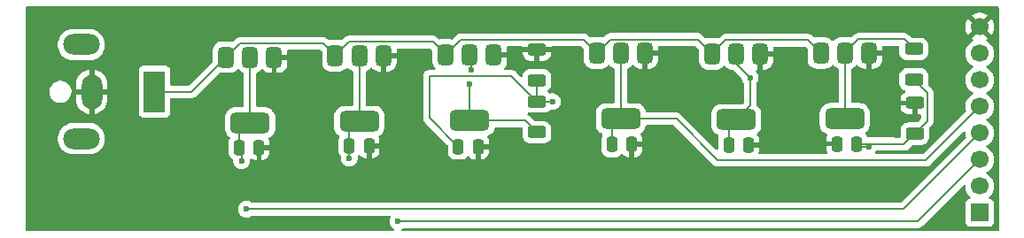
<source format=gbr>
%TF.GenerationSoftware,KiCad,Pcbnew,9.0.3*%
%TF.CreationDate,2025-11-02T19:13:38+05:00*%
%TF.ProjectId,zynq-7000-development-board,7a796e71-2d37-4303-9030-2d646576656c,rev?*%
%TF.SameCoordinates,Original*%
%TF.FileFunction,Copper,L1,Top*%
%TF.FilePolarity,Positive*%
%FSLAX46Y46*%
G04 Gerber Fmt 4.6, Leading zero omitted, Abs format (unit mm)*
G04 Created by KiCad (PCBNEW 9.0.3) date 2025-11-02 19:13:38*
%MOMM*%
%LPD*%
G01*
G04 APERTURE LIST*
G04 Aperture macros list*
%AMRoundRect*
0 Rectangle with rounded corners*
0 $1 Rounding radius*
0 $2 $3 $4 $5 $6 $7 $8 $9 X,Y pos of 4 corners*
0 Add a 4 corners polygon primitive as box body*
4,1,4,$2,$3,$4,$5,$6,$7,$8,$9,$2,$3,0*
0 Add four circle primitives for the rounded corners*
1,1,$1+$1,$2,$3*
1,1,$1+$1,$4,$5*
1,1,$1+$1,$6,$7*
1,1,$1+$1,$8,$9*
0 Add four rect primitives between the rounded corners*
20,1,$1+$1,$2,$3,$4,$5,0*
20,1,$1+$1,$4,$5,$6,$7,0*
20,1,$1+$1,$6,$7,$8,$9,0*
20,1,$1+$1,$8,$9,$2,$3,0*%
G04 Aperture macros list end*
%TA.AperFunction,ComponentPad*%
%ADD10C,1.700000*%
%TD*%
%TA.AperFunction,ComponentPad*%
%ADD11R,1.700000X1.700000*%
%TD*%
%TA.AperFunction,SMDPad,CuDef*%
%ADD12RoundRect,0.375000X-0.375000X0.625000X-0.375000X-0.625000X0.375000X-0.625000X0.375000X0.625000X0*%
%TD*%
%TA.AperFunction,SMDPad,CuDef*%
%ADD13RoundRect,0.500000X-1.400000X0.500000X-1.400000X-0.500000X1.400000X-0.500000X1.400000X0.500000X0*%
%TD*%
%TA.AperFunction,SMDPad,CuDef*%
%ADD14RoundRect,0.250000X0.625000X-0.312500X0.625000X0.312500X-0.625000X0.312500X-0.625000X-0.312500X0*%
%TD*%
%TA.AperFunction,SMDPad,CuDef*%
%ADD15RoundRect,0.250000X-0.625000X0.312500X-0.625000X-0.312500X0.625000X-0.312500X0.625000X0.312500X0*%
%TD*%
%TA.AperFunction,ComponentPad*%
%ADD16R,2.000000X4.000000*%
%TD*%
%TA.AperFunction,ComponentPad*%
%ADD17O,2.000000X3.300000*%
%TD*%
%TA.AperFunction,ComponentPad*%
%ADD18O,3.500000X2.000000*%
%TD*%
%TA.AperFunction,SMDPad,CuDef*%
%ADD19RoundRect,0.250000X0.250000X0.475000X-0.250000X0.475000X-0.250000X-0.475000X0.250000X-0.475000X0*%
%TD*%
%TA.AperFunction,SMDPad,CuDef*%
%ADD20RoundRect,0.250000X-0.250000X-0.475000X0.250000X-0.475000X0.250000X0.475000X-0.250000X0.475000X0*%
%TD*%
%TA.AperFunction,ViaPad*%
%ADD21C,0.600000*%
%TD*%
%TA.AperFunction,Conductor*%
%ADD22C,0.200000*%
%TD*%
G04 APERTURE END LIST*
D10*
%TO.P,J2,8,Pin_8*%
%TO.N,GND*%
X196050000Y-105220000D03*
%TO.P,J2,7,Pin_7*%
%TO.N,12V*%
X196050000Y-107760000D03*
%TO.P,J2,6,Pin_6*%
%TO.N,5V*%
X196050000Y-110300000D03*
%TO.P,J2,5,Pin_5*%
%TO.N,3.3V*%
X196050000Y-112840000D03*
%TO.P,J2,4,Pin_4*%
%TO.N,1.8V*%
X196050000Y-115380000D03*
%TO.P,J2,3,Pin_3*%
%TO.N,1.5V*%
X196050000Y-117920000D03*
%TO.P,J2,2,Pin_2*%
%TO.N,1.25V*%
X196050000Y-120460000D03*
D11*
%TO.P,J2,1,Pin_1*%
%TO.N,1V*%
X196050000Y-123000000D03*
%TD*%
D12*
%TO.P,U6,1,GND*%
%TO.N,GND*%
X185460000Y-107710000D03*
%TO.P,U6,2,VO*%
%TO.N,Net-(U6-VO)*%
X183160000Y-107710000D03*
D13*
X183160000Y-114010000D03*
D12*
%TO.P,U6,3,VI*%
%TO.N,12V*%
X180860000Y-107710000D03*
%TD*%
%TO.P,U5,1,GND*%
%TO.N,GND*%
X175072500Y-107800000D03*
%TO.P,U5,2,VO*%
%TO.N,5V*%
X172772500Y-107800000D03*
D13*
X172772500Y-114100000D03*
D12*
%TO.P,U5,3,VI*%
%TO.N,12V*%
X170472500Y-107800000D03*
%TD*%
%TO.P,U4,1,GND*%
%TO.N,GND*%
X164052500Y-107720000D03*
%TO.P,U4,2,VO*%
%TO.N,3.3V*%
X161752500Y-107720000D03*
D13*
X161752500Y-114020000D03*
D12*
%TO.P,U4,3,VI*%
%TO.N,12V*%
X159452500Y-107720000D03*
%TD*%
%TO.P,U3,1,GND*%
%TO.N,GND*%
X149602500Y-107900000D03*
%TO.P,U3,2,VO*%
%TO.N,Net-(U3-VO)*%
X147302500Y-107900000D03*
D13*
X147302500Y-114200000D03*
D12*
%TO.P,U3,3,VI*%
%TO.N,12V*%
X145002500Y-107900000D03*
%TD*%
%TO.P,U2,1,GND*%
%TO.N,GND*%
X139050000Y-107970000D03*
%TO.P,U2,2,VO*%
%TO.N,1.5V*%
X136750000Y-107970000D03*
D13*
X136750000Y-114270000D03*
D12*
%TO.P,U2,3,VI*%
%TO.N,12V*%
X134450000Y-107970000D03*
%TD*%
%TO.P,U1,1,GND*%
%TO.N,GND*%
X128612500Y-108120000D03*
%TO.P,U1,2,VO*%
%TO.N,1.8V*%
X126312500Y-108120000D03*
D13*
X126312500Y-114420000D03*
D12*
%TO.P,U1,3,VI*%
%TO.N,12V*%
X124012500Y-108120000D03*
%TD*%
D14*
%TO.P,R4,1*%
%TO.N,1.25V*%
X189850000Y-115432500D03*
%TO.P,R4,2*%
%TO.N,GND*%
X189850000Y-112507500D03*
%TD*%
D15*
%TO.P,R3,1*%
%TO.N,Net-(U6-VO)*%
X189750000Y-107327500D03*
%TO.P,R3,2*%
%TO.N,1.25V*%
X189750000Y-110252500D03*
%TD*%
D14*
%TO.P,R2,1*%
%TO.N,1V*%
X153720000Y-110312500D03*
%TO.P,R2,2*%
%TO.N,GND*%
X153720000Y-107387500D03*
%TD*%
%TO.P,R1,1*%
%TO.N,Net-(U3-VO)*%
X153720000Y-115302500D03*
%TO.P,R1,2*%
%TO.N,1V*%
X153720000Y-112377500D03*
%TD*%
D16*
%TO.P,J1,1*%
%TO.N,12V*%
X117180000Y-111420000D03*
D17*
%TO.P,J1,2*%
%TO.N,GND*%
X111180000Y-111420000D03*
D18*
%TO.P,J1,MP*%
%TO.N,N/C*%
X110180000Y-106920000D03*
X110180000Y-115920000D03*
%TD*%
D19*
%TO.P,C6,1*%
%TO.N,1.25V*%
X184300000Y-116410000D03*
%TO.P,C6,2*%
%TO.N,GND*%
X182400000Y-116410000D03*
%TD*%
D20*
%TO.P,C5,1*%
%TO.N,5V*%
X172050000Y-116510000D03*
%TO.P,C5,2*%
%TO.N,GND*%
X173950000Y-116510000D03*
%TD*%
%TO.P,C4,1*%
%TO.N,3.3V*%
X160900000Y-116470000D03*
%TO.P,C4,2*%
%TO.N,GND*%
X162800000Y-116470000D03*
%TD*%
%TO.P,C3,1*%
%TO.N,1V*%
X146220000Y-116690000D03*
%TO.P,C3,2*%
%TO.N,GND*%
X148120000Y-116690000D03*
%TD*%
%TO.P,C2,1*%
%TO.N,1.5V*%
X135780000Y-116590000D03*
%TO.P,C2,2*%
%TO.N,GND*%
X137680000Y-116590000D03*
%TD*%
%TO.P,C1,1*%
%TO.N,1.8V*%
X125270000Y-116760000D03*
%TO.P,C1,2*%
%TO.N,GND*%
X127170000Y-116760000D03*
%TD*%
D21*
%TO.N,GND*%
X188240000Y-112590000D03*
X180490000Y-116350000D03*
X163660000Y-109690000D03*
%TO.N,Net-(U3-VO)*%
X147440000Y-109320000D03*
X147300000Y-110690000D03*
%TO.N,5V*%
X174110000Y-110080000D03*
%TO.N,1.8V*%
X125500000Y-118030000D03*
X125970000Y-122670000D03*
%TO.N,1.5V*%
X135790000Y-117790000D03*
X140440000Y-123850000D03*
%TO.N,1.25V*%
X185430000Y-116670000D03*
%TO.N,1V*%
X155200000Y-112380000D03*
%TD*%
D22*
%TO.N,GND*%
X173950000Y-116510000D02*
X180330000Y-116510000D01*
X180330000Y-116510000D02*
X180490000Y-116350000D01*
%TO.N,3.3V*%
X196050000Y-112840000D02*
X190900000Y-117990000D01*
X190900000Y-117990000D02*
X171022500Y-117990000D01*
X167052500Y-114020000D02*
X161752500Y-114020000D01*
X171022500Y-117990000D02*
X167052500Y-114020000D01*
%TO.N,GND*%
X188322500Y-112507500D02*
X188240000Y-112590000D01*
X189850000Y-112507500D02*
X188322500Y-112507500D01*
X180550000Y-116410000D02*
X180490000Y-116350000D01*
X182400000Y-116410000D02*
X180550000Y-116410000D01*
X164052500Y-109297500D02*
X163660000Y-109690000D01*
X164052500Y-107720000D02*
X164052500Y-109297500D01*
%TO.N,3.3V*%
X161752500Y-114020000D02*
X161752500Y-107720000D01*
%TO.N,Net-(U6-VO)*%
X183160000Y-114010000D02*
X183160000Y-107710000D01*
%TO.N,5V*%
X172772500Y-114100000D02*
X174110000Y-112762500D01*
X174110000Y-112762500D02*
X174110000Y-110080000D01*
%TO.N,Net-(U3-VO)*%
X147440000Y-108037500D02*
X147302500Y-107900000D01*
X147302500Y-114200000D02*
X147302500Y-110692500D01*
X147302500Y-110692500D02*
X147300000Y-110690000D01*
X147440000Y-109320000D02*
X147440000Y-108037500D01*
%TO.N,1V*%
X153720000Y-112377500D02*
X151282500Y-109940000D01*
X151282500Y-109940000D02*
X143440000Y-109940000D01*
X143440000Y-113910000D02*
X146220000Y-116690000D01*
X143440000Y-109940000D02*
X143440000Y-113910000D01*
%TO.N,1.5V*%
X136750000Y-114270000D02*
X136750000Y-107970000D01*
%TO.N,1.8V*%
X126312500Y-114420000D02*
X126312500Y-108120000D01*
%TO.N,5V*%
X174110000Y-110080000D02*
X172772500Y-108742500D01*
X172772500Y-108742500D02*
X172772500Y-107800000D01*
%TO.N,1.8V*%
X125500000Y-118030000D02*
X125500000Y-116990000D01*
X196050000Y-115380000D02*
X188760000Y-122670000D01*
X188760000Y-122670000D02*
X125970000Y-122670000D01*
X125500000Y-116990000D02*
X125270000Y-116760000D01*
%TO.N,1.5V*%
X196050000Y-117920000D02*
X190120000Y-123850000D01*
X135790000Y-117790000D02*
X135790000Y-116600000D01*
X190120000Y-123850000D02*
X140440000Y-123850000D01*
X135790000Y-116600000D02*
X135780000Y-116590000D01*
%TO.N,1.25V*%
X185430000Y-116670000D02*
X184560000Y-116670000D01*
X184560000Y-116670000D02*
X184300000Y-116410000D01*
%TO.N,1V*%
X153722500Y-112380000D02*
X153720000Y-112377500D01*
X155200000Y-112380000D02*
X153722500Y-112380000D01*
%TO.N,1.25V*%
X188802500Y-116480000D02*
X188010000Y-116480000D01*
%TO.N,Net-(U6-VO)*%
X183160000Y-107710000D02*
X184461000Y-106409000D01*
X184461000Y-106409000D02*
X188831500Y-106409000D01*
X188831500Y-106409000D02*
X189750000Y-107327500D01*
%TO.N,1.25V*%
X189750000Y-110252500D02*
X191026000Y-111528500D01*
X191026000Y-111528500D02*
X191026000Y-114256500D01*
X191026000Y-114256500D02*
X189850000Y-115432500D01*
X189850000Y-115432500D02*
X188802500Y-116480000D01*
X188010000Y-116480000D02*
X187920000Y-116480000D01*
X187920000Y-116480000D02*
X187850000Y-116410000D01*
X187850000Y-116410000D02*
X184300000Y-116410000D01*
%TO.N,5V*%
X172050000Y-116510000D02*
X172050000Y-114822500D01*
X172050000Y-114822500D02*
X172772500Y-114100000D01*
%TO.N,3.3V*%
X160900000Y-116470000D02*
X160900000Y-114872500D01*
X160900000Y-114872500D02*
X161752500Y-114020000D01*
%TO.N,1V*%
X153720000Y-110312500D02*
X153720000Y-112377500D01*
%TO.N,Net-(U3-VO)*%
X147302500Y-114200000D02*
X152617500Y-114200000D01*
X152617500Y-114200000D02*
X153720000Y-115302500D01*
%TO.N,1.5V*%
X135780000Y-116590000D02*
X135780000Y-115240000D01*
X135780000Y-115240000D02*
X136750000Y-114270000D01*
%TO.N,1.8V*%
X125270000Y-116760000D02*
X125270000Y-115462500D01*
X125270000Y-115462500D02*
X126312500Y-114420000D01*
%TO.N,12V*%
X180860000Y-107710000D02*
X179649000Y-106499000D01*
X179649000Y-106499000D02*
X171773500Y-106499000D01*
X171773500Y-106499000D02*
X170472500Y-107800000D01*
X170472500Y-107800000D02*
X169091500Y-106419000D01*
X169091500Y-106419000D02*
X160753500Y-106419000D01*
X160753500Y-106419000D02*
X159452500Y-107720000D01*
X145002500Y-107900000D02*
X146462500Y-106440000D01*
X146462500Y-106440000D02*
X158172500Y-106440000D01*
X158172500Y-106440000D02*
X159452500Y-107720000D01*
X134450000Y-107970000D02*
X135751000Y-106669000D01*
X135751000Y-106669000D02*
X143771500Y-106669000D01*
X143771500Y-106669000D02*
X145002500Y-107900000D01*
X124012500Y-108120000D02*
X125313500Y-106819000D01*
X125313500Y-106819000D02*
X133299000Y-106819000D01*
X133299000Y-106819000D02*
X134450000Y-107970000D01*
X117180000Y-111420000D02*
X120712500Y-111420000D01*
X120712500Y-111420000D02*
X124012500Y-108120000D01*
%TD*%
%TA.AperFunction,Conductor*%
%TO.N,GND*%
G36*
X197822539Y-103280185D02*
G01*
X197868294Y-103332989D01*
X197879500Y-103384500D01*
X197879500Y-124655500D01*
X197859815Y-124722539D01*
X197807011Y-124768294D01*
X197755500Y-124779500D01*
X140898541Y-124779500D01*
X140866040Y-124769956D01*
X140833374Y-124760995D01*
X140832604Y-124760138D01*
X140831502Y-124759815D01*
X140809345Y-124734245D01*
X140786684Y-124709017D01*
X140786499Y-124707879D01*
X140785747Y-124707011D01*
X140780926Y-124673488D01*
X140775508Y-124640047D01*
X140775966Y-124638992D01*
X140775803Y-124637853D01*
X140789887Y-124607011D01*
X140803394Y-124575983D01*
X140804519Y-124574971D01*
X140804828Y-124574297D01*
X140829650Y-124552398D01*
X140950875Y-124471398D01*
X141017553Y-124450520D01*
X141019766Y-124450500D01*
X190033331Y-124450500D01*
X190033347Y-124450501D01*
X190040943Y-124450501D01*
X190199054Y-124450501D01*
X190199057Y-124450501D01*
X190351785Y-124409577D01*
X190401904Y-124380639D01*
X190488716Y-124330520D01*
X190600520Y-124218716D01*
X190600520Y-124218714D01*
X190610728Y-124208507D01*
X190610730Y-124208504D01*
X194487819Y-120331415D01*
X194549142Y-120297930D01*
X194618834Y-120302914D01*
X194674767Y-120344786D01*
X194699184Y-120410250D01*
X194699500Y-120419096D01*
X194699500Y-120566286D01*
X194732753Y-120776239D01*
X194798444Y-120978414D01*
X194894951Y-121167820D01*
X195019890Y-121339786D01*
X195133430Y-121453326D01*
X195166915Y-121514649D01*
X195161931Y-121584341D01*
X195120059Y-121640274D01*
X195089083Y-121657189D01*
X194957669Y-121706203D01*
X194957664Y-121706206D01*
X194842455Y-121792452D01*
X194842452Y-121792455D01*
X194756206Y-121907664D01*
X194756202Y-121907671D01*
X194705908Y-122042517D01*
X194699501Y-122102116D01*
X194699501Y-122102123D01*
X194699500Y-122102135D01*
X194699500Y-123897870D01*
X194699501Y-123897876D01*
X194705908Y-123957483D01*
X194756202Y-124092328D01*
X194756206Y-124092335D01*
X194842452Y-124207544D01*
X194842455Y-124207547D01*
X194957664Y-124293793D01*
X194957671Y-124293797D01*
X195092517Y-124344091D01*
X195092516Y-124344091D01*
X195099444Y-124344835D01*
X195152127Y-124350500D01*
X196947872Y-124350499D01*
X197007483Y-124344091D01*
X197142331Y-124293796D01*
X197257546Y-124207546D01*
X197343796Y-124092331D01*
X197394091Y-123957483D01*
X197400500Y-123897873D01*
X197400499Y-122102128D01*
X197394091Y-122042517D01*
X197363541Y-121960609D01*
X197343797Y-121907671D01*
X197343793Y-121907664D01*
X197257547Y-121792455D01*
X197257544Y-121792452D01*
X197142335Y-121706206D01*
X197142328Y-121706202D01*
X197010917Y-121657189D01*
X196954983Y-121615318D01*
X196930566Y-121549853D01*
X196945418Y-121481580D01*
X196966563Y-121453332D01*
X197080104Y-121339792D01*
X197205051Y-121167816D01*
X197301557Y-120978412D01*
X197367246Y-120776243D01*
X197400500Y-120566287D01*
X197400500Y-120353713D01*
X197367246Y-120143757D01*
X197301557Y-119941588D01*
X197205051Y-119752184D01*
X197205049Y-119752181D01*
X197205048Y-119752179D01*
X197080109Y-119580213D01*
X196929786Y-119429890D01*
X196757820Y-119304951D01*
X196757115Y-119304591D01*
X196749054Y-119300485D01*
X196698259Y-119252512D01*
X196681463Y-119184692D01*
X196703999Y-119118556D01*
X196749054Y-119079515D01*
X196757816Y-119075051D01*
X196779789Y-119059086D01*
X196929786Y-118950109D01*
X196929788Y-118950106D01*
X196929792Y-118950104D01*
X197080104Y-118799792D01*
X197080106Y-118799788D01*
X197080109Y-118799786D01*
X197205048Y-118627820D01*
X197205047Y-118627820D01*
X197205051Y-118627816D01*
X197301557Y-118438412D01*
X197367246Y-118236243D01*
X197400500Y-118026287D01*
X197400500Y-117813713D01*
X197367246Y-117603757D01*
X197301557Y-117401588D01*
X197205051Y-117212184D01*
X197205049Y-117212181D01*
X197205048Y-117212179D01*
X197080109Y-117040213D01*
X196929786Y-116889890D01*
X196757820Y-116764951D01*
X196757115Y-116764591D01*
X196749054Y-116760485D01*
X196698259Y-116712512D01*
X196681463Y-116644692D01*
X196703999Y-116578556D01*
X196749054Y-116539515D01*
X196757816Y-116535051D01*
X196802733Y-116502417D01*
X196929786Y-116410109D01*
X196929788Y-116410106D01*
X196929792Y-116410104D01*
X197080104Y-116259792D01*
X197080106Y-116259788D01*
X197080109Y-116259786D01*
X197205048Y-116087820D01*
X197205047Y-116087820D01*
X197205051Y-116087816D01*
X197301557Y-115898412D01*
X197367246Y-115696243D01*
X197400500Y-115486287D01*
X197400500Y-115273713D01*
X197367246Y-115063757D01*
X197301557Y-114861588D01*
X197205051Y-114672184D01*
X197205049Y-114672181D01*
X197205048Y-114672179D01*
X197080109Y-114500213D01*
X196929786Y-114349890D01*
X196757820Y-114224951D01*
X196754780Y-114223402D01*
X196749054Y-114220485D01*
X196698259Y-114172512D01*
X196681463Y-114104692D01*
X196703999Y-114038556D01*
X196749054Y-113999515D01*
X196757816Y-113995051D01*
X196811012Y-113956402D01*
X196929786Y-113870109D01*
X196929788Y-113870106D01*
X196929792Y-113870104D01*
X197080104Y-113719792D01*
X197080106Y-113719788D01*
X197080109Y-113719786D01*
X197196558Y-113559506D01*
X197205051Y-113547816D01*
X197301557Y-113358412D01*
X197367246Y-113156243D01*
X197400500Y-112946287D01*
X197400500Y-112733713D01*
X197367246Y-112523757D01*
X197301557Y-112321588D01*
X197205051Y-112132184D01*
X197205049Y-112132181D01*
X197205048Y-112132179D01*
X197080109Y-111960213D01*
X196929786Y-111809890D01*
X196757820Y-111684951D01*
X196757115Y-111684591D01*
X196749054Y-111680485D01*
X196698259Y-111632512D01*
X196681463Y-111564692D01*
X196703999Y-111498556D01*
X196749054Y-111459515D01*
X196757816Y-111455051D01*
X196850015Y-111388065D01*
X196929786Y-111330109D01*
X196929788Y-111330106D01*
X196929792Y-111330104D01*
X197080104Y-111179792D01*
X197080106Y-111179788D01*
X197080109Y-111179786D01*
X197205048Y-111007820D01*
X197205047Y-111007820D01*
X197205051Y-111007816D01*
X197301557Y-110818412D01*
X197367246Y-110616243D01*
X197400500Y-110406287D01*
X197400500Y-110193713D01*
X197367246Y-109983757D01*
X197301557Y-109781588D01*
X197205051Y-109592184D01*
X197205049Y-109592181D01*
X197205048Y-109592179D01*
X197080109Y-109420213D01*
X196929786Y-109269890D01*
X196757820Y-109144951D01*
X196750446Y-109141194D01*
X196749054Y-109140485D01*
X196698259Y-109092512D01*
X196681463Y-109024692D01*
X196703999Y-108958556D01*
X196749054Y-108919515D01*
X196757816Y-108915051D01*
X196794341Y-108888514D01*
X196929786Y-108790109D01*
X196929788Y-108790106D01*
X196929792Y-108790104D01*
X197080104Y-108639792D01*
X197080106Y-108639788D01*
X197080109Y-108639786D01*
X197205048Y-108467820D01*
X197205047Y-108467820D01*
X197205051Y-108467816D01*
X197301557Y-108278412D01*
X197367246Y-108076243D01*
X197400500Y-107866287D01*
X197400500Y-107653713D01*
X197367246Y-107443757D01*
X197301557Y-107241588D01*
X197205051Y-107052184D01*
X197205049Y-107052181D01*
X197205048Y-107052179D01*
X197080109Y-106880213D01*
X196929786Y-106729890D01*
X196757817Y-106604949D01*
X196748504Y-106600204D01*
X196697707Y-106552230D01*
X196680912Y-106484409D01*
X196703449Y-106418274D01*
X196748507Y-106379232D01*
X196757555Y-106374622D01*
X196811716Y-106335270D01*
X196811717Y-106335270D01*
X196179408Y-105702962D01*
X196242993Y-105685925D01*
X196357007Y-105620099D01*
X196450099Y-105527007D01*
X196515925Y-105412993D01*
X196532962Y-105349408D01*
X197165270Y-105981717D01*
X197165270Y-105981716D01*
X197204622Y-105927554D01*
X197301095Y-105738217D01*
X197366757Y-105536130D01*
X197366757Y-105536127D01*
X197400000Y-105326246D01*
X197400000Y-105113753D01*
X197366757Y-104903872D01*
X197366757Y-104903869D01*
X197301095Y-104701782D01*
X197204624Y-104512449D01*
X197165270Y-104458282D01*
X197165269Y-104458282D01*
X196532962Y-105090590D01*
X196515925Y-105027007D01*
X196450099Y-104912993D01*
X196357007Y-104819901D01*
X196242993Y-104754075D01*
X196179409Y-104737037D01*
X196811716Y-104104728D01*
X196757550Y-104065375D01*
X196568217Y-103968904D01*
X196366129Y-103903242D01*
X196156246Y-103870000D01*
X195943754Y-103870000D01*
X195733872Y-103903242D01*
X195733869Y-103903242D01*
X195531782Y-103968904D01*
X195342439Y-104065380D01*
X195288282Y-104104727D01*
X195288282Y-104104728D01*
X195920591Y-104737037D01*
X195857007Y-104754075D01*
X195742993Y-104819901D01*
X195649901Y-104912993D01*
X195584075Y-105027007D01*
X195567037Y-105090591D01*
X194934728Y-104458282D01*
X194934727Y-104458282D01*
X194895380Y-104512439D01*
X194798904Y-104701782D01*
X194733242Y-104903869D01*
X194733242Y-104903872D01*
X194700000Y-105113753D01*
X194700000Y-105326246D01*
X194733242Y-105536127D01*
X194733242Y-105536130D01*
X194798904Y-105738217D01*
X194895375Y-105927550D01*
X194934728Y-105981716D01*
X195567037Y-105349408D01*
X195584075Y-105412993D01*
X195649901Y-105527007D01*
X195742993Y-105620099D01*
X195857007Y-105685925D01*
X195920590Y-105702962D01*
X195288282Y-106335269D01*
X195288282Y-106335270D01*
X195342452Y-106374626D01*
X195342451Y-106374626D01*
X195351495Y-106379234D01*
X195402292Y-106427208D01*
X195419087Y-106495029D01*
X195396550Y-106561164D01*
X195351499Y-106600202D01*
X195342182Y-106604949D01*
X195170213Y-106729890D01*
X195019890Y-106880213D01*
X194894951Y-107052179D01*
X194798444Y-107241585D01*
X194732753Y-107443760D01*
X194708999Y-107593739D01*
X194699500Y-107653713D01*
X194699500Y-107866287D01*
X194704446Y-107897512D01*
X194730896Y-108064517D01*
X194732754Y-108076243D01*
X194783593Y-108232710D01*
X194798444Y-108278414D01*
X194894951Y-108467820D01*
X195019890Y-108639786D01*
X195170213Y-108790109D01*
X195342182Y-108915050D01*
X195350946Y-108919516D01*
X195401742Y-108967491D01*
X195418536Y-109035312D01*
X195395998Y-109101447D01*
X195350946Y-109140484D01*
X195342182Y-109144949D01*
X195170213Y-109269890D01*
X195019890Y-109420213D01*
X194894951Y-109592179D01*
X194798444Y-109781585D01*
X194732753Y-109983760D01*
X194705476Y-110155983D01*
X194699500Y-110193713D01*
X194699500Y-110406287D01*
X194701474Y-110418752D01*
X194732558Y-110615009D01*
X194732754Y-110616243D01*
X194794166Y-110805250D01*
X194798444Y-110818414D01*
X194894951Y-111007820D01*
X195019890Y-111179786D01*
X195170213Y-111330109D01*
X195342182Y-111455050D01*
X195350946Y-111459516D01*
X195401742Y-111507491D01*
X195418536Y-111575312D01*
X195395998Y-111641447D01*
X195350946Y-111680484D01*
X195342182Y-111684949D01*
X195170213Y-111809890D01*
X195019890Y-111960213D01*
X194894951Y-112132179D01*
X194798444Y-112321585D01*
X194732753Y-112523760D01*
X194699500Y-112733713D01*
X194699500Y-112946286D01*
X194732754Y-113156244D01*
X194732754Y-113156247D01*
X194746491Y-113198523D01*
X194748486Y-113268364D01*
X194716241Y-113324522D01*
X190687584Y-117353181D01*
X190626261Y-117386666D01*
X190599903Y-117389500D01*
X186141941Y-117389500D01*
X186074902Y-117369815D01*
X186029147Y-117317011D01*
X186019203Y-117247853D01*
X186039583Y-117195508D01*
X186046098Y-117185979D01*
X186051789Y-117180289D01*
X186128786Y-117065053D01*
X186129160Y-117064508D01*
X186155727Y-117042783D01*
X186182028Y-117020804D01*
X186182806Y-117020641D01*
X186183249Y-117020280D01*
X186186135Y-117019948D01*
X186231518Y-117010500D01*
X187604627Y-117010500D01*
X187666624Y-117027111D01*
X187688215Y-117039577D01*
X187840943Y-117080501D01*
X187840946Y-117080501D01*
X188006653Y-117080501D01*
X188006669Y-117080500D01*
X188715831Y-117080500D01*
X188715847Y-117080501D01*
X188723443Y-117080501D01*
X188881554Y-117080501D01*
X188881557Y-117080501D01*
X189034285Y-117039577D01*
X189084647Y-117010500D01*
X189171216Y-116960520D01*
X189283020Y-116848716D01*
X189283020Y-116848714D01*
X189293224Y-116838511D01*
X189293228Y-116838506D01*
X189599916Y-116531818D01*
X189661239Y-116498333D01*
X189687597Y-116495499D01*
X190525002Y-116495499D01*
X190525008Y-116495499D01*
X190627797Y-116484999D01*
X190794334Y-116429814D01*
X190943656Y-116337712D01*
X191067712Y-116213656D01*
X191159814Y-116064334D01*
X191214999Y-115897797D01*
X191225500Y-115795009D01*
X191225499Y-115069992D01*
X191216309Y-114980028D01*
X191216666Y-114978106D01*
X191215983Y-114976274D01*
X191223025Y-114943901D01*
X191229079Y-114911337D01*
X191230550Y-114909307D01*
X191230835Y-114908001D01*
X191251983Y-114879750D01*
X191394713Y-114737021D01*
X191394716Y-114737020D01*
X191506520Y-114625216D01*
X191556639Y-114538404D01*
X191585577Y-114488285D01*
X191626500Y-114335557D01*
X191626500Y-114177443D01*
X191626500Y-111617560D01*
X191626501Y-111617547D01*
X191626501Y-111449444D01*
X191623464Y-111438109D01*
X191585577Y-111296716D01*
X191585573Y-111296709D01*
X191506524Y-111159790D01*
X191506518Y-111159782D01*
X191151986Y-110805250D01*
X191118501Y-110743927D01*
X191116309Y-110704970D01*
X191125500Y-110615009D01*
X191125499Y-109889992D01*
X191114999Y-109787203D01*
X191059814Y-109620666D01*
X190967712Y-109471344D01*
X190843656Y-109347288D01*
X190729563Y-109276915D01*
X190694336Y-109255187D01*
X190694331Y-109255185D01*
X190683630Y-109251639D01*
X190527797Y-109200001D01*
X190527795Y-109200000D01*
X190425010Y-109189500D01*
X189074998Y-109189500D01*
X189074981Y-109189501D01*
X188972203Y-109200000D01*
X188972200Y-109200001D01*
X188805668Y-109255185D01*
X188805663Y-109255187D01*
X188656342Y-109347289D01*
X188532289Y-109471342D01*
X188440187Y-109620663D01*
X188440186Y-109620666D01*
X188385001Y-109787203D01*
X188385001Y-109787204D01*
X188385000Y-109787204D01*
X188374500Y-109889983D01*
X188374500Y-110615001D01*
X188374501Y-110615019D01*
X188385000Y-110717796D01*
X188385001Y-110717799D01*
X188418342Y-110818414D01*
X188440186Y-110884334D01*
X188532288Y-111033656D01*
X188656344Y-111157712D01*
X188805666Y-111249814D01*
X188894953Y-111279400D01*
X188952397Y-111319173D01*
X188979220Y-111383688D01*
X188966905Y-111452464D01*
X188919362Y-111503664D01*
X188908352Y-111509489D01*
X188905877Y-111510642D01*
X188756654Y-111602684D01*
X188632684Y-111726654D01*
X188540643Y-111875875D01*
X188540641Y-111875880D01*
X188485494Y-112042302D01*
X188485493Y-112042309D01*
X188475000Y-112145013D01*
X188475000Y-112257500D01*
X189726000Y-112257500D01*
X189793039Y-112277185D01*
X189838794Y-112329989D01*
X189850000Y-112381500D01*
X189850000Y-112507500D01*
X189976000Y-112507500D01*
X190043039Y-112527185D01*
X190088794Y-112579989D01*
X190100000Y-112631500D01*
X190100000Y-113569999D01*
X190301500Y-113569999D01*
X190368539Y-113589684D01*
X190414294Y-113642488D01*
X190425500Y-113693999D01*
X190425500Y-113956402D01*
X190405815Y-114023441D01*
X190389181Y-114044083D01*
X190100083Y-114333181D01*
X190038760Y-114366666D01*
X190012402Y-114369500D01*
X189174998Y-114369500D01*
X189174980Y-114369501D01*
X189072203Y-114380000D01*
X189072200Y-114380001D01*
X188905668Y-114435185D01*
X188905663Y-114435187D01*
X188756342Y-114527289D01*
X188632289Y-114651342D01*
X188540187Y-114800663D01*
X188540186Y-114800666D01*
X188485001Y-114967203D01*
X188485001Y-114967204D01*
X188485000Y-114967204D01*
X188474500Y-115069983D01*
X188474500Y-115069996D01*
X188474501Y-115755500D01*
X188471950Y-115764186D01*
X188473239Y-115773147D01*
X188462261Y-115797183D01*
X188454817Y-115822539D01*
X188447974Y-115828467D01*
X188444214Y-115836703D01*
X188421982Y-115850989D01*
X188402013Y-115868294D01*
X188391497Y-115870581D01*
X188385436Y-115874477D01*
X188350501Y-115879500D01*
X188165373Y-115879500D01*
X188103383Y-115862893D01*
X188101978Y-115862082D01*
X188101980Y-115862078D01*
X188101964Y-115862074D01*
X188087823Y-115853909D01*
X188081786Y-115850423D01*
X188014064Y-115832277D01*
X187929057Y-115809499D01*
X187770943Y-115809499D01*
X187763347Y-115809499D01*
X187763331Y-115809500D01*
X185388585Y-115809500D01*
X185321546Y-115789815D01*
X185275791Y-115737011D01*
X185270879Y-115724504D01*
X185270023Y-115721921D01*
X185234814Y-115615666D01*
X185142712Y-115466344D01*
X185142708Y-115466340D01*
X185142094Y-115465344D01*
X185123654Y-115397951D01*
X185144576Y-115331288D01*
X185169268Y-115304149D01*
X185271109Y-115221109D01*
X185399698Y-115063407D01*
X185493909Y-114883049D01*
X185549886Y-114687418D01*
X185560500Y-114568037D01*
X185560499Y-113451964D01*
X185549886Y-113332582D01*
X185493909Y-113136951D01*
X185399698Y-112956593D01*
X185329079Y-112869986D01*
X188475001Y-112869986D01*
X188485494Y-112972697D01*
X188540641Y-113139119D01*
X188540643Y-113139124D01*
X188632684Y-113288345D01*
X188756654Y-113412315D01*
X188905875Y-113504356D01*
X188905880Y-113504358D01*
X189072302Y-113559505D01*
X189072309Y-113559506D01*
X189175019Y-113569999D01*
X189599999Y-113569999D01*
X189600000Y-113569998D01*
X189600000Y-112757500D01*
X188475001Y-112757500D01*
X188475001Y-112869986D01*
X185329079Y-112869986D01*
X185271109Y-112798891D01*
X185113407Y-112670302D01*
X184933049Y-112576091D01*
X184933048Y-112576090D01*
X184933045Y-112576089D01*
X184815829Y-112542550D01*
X184737418Y-112520114D01*
X184737415Y-112520113D01*
X184737413Y-112520113D01*
X184664631Y-112513642D01*
X184618037Y-112509500D01*
X184618033Y-112509500D01*
X183884500Y-112509500D01*
X183817461Y-112489815D01*
X183771706Y-112437011D01*
X183760500Y-112385500D01*
X183760500Y-109276915D01*
X183780185Y-109209876D01*
X183832989Y-109164121D01*
X183837112Y-109162424D01*
X183838688Y-109161642D01*
X183838693Y-109161641D01*
X184009296Y-109077030D01*
X184157722Y-108957722D01*
X184213675Y-108888112D01*
X184271015Y-108848196D01*
X184340837Y-108845616D01*
X184400970Y-108881194D01*
X184406967Y-108888115D01*
X184462632Y-108957366D01*
X184462633Y-108957367D01*
X184610974Y-109076607D01*
X184610977Y-109076609D01*
X184781476Y-109161168D01*
X184966175Y-109207102D01*
X185008903Y-109210000D01*
X185210000Y-109210000D01*
X185710000Y-109210000D01*
X185911097Y-109210000D01*
X185953824Y-109207102D01*
X186138523Y-109161168D01*
X186309022Y-109076609D01*
X186309025Y-109076607D01*
X186457366Y-108957367D01*
X186457367Y-108957366D01*
X186576607Y-108809025D01*
X186576609Y-108809022D01*
X186661169Y-108638522D01*
X186707102Y-108453824D01*
X186710000Y-108411096D01*
X186710000Y-107960000D01*
X185710000Y-107960000D01*
X185710000Y-109210000D01*
X185210000Y-109210000D01*
X185210000Y-107834000D01*
X185229685Y-107766961D01*
X185282489Y-107721206D01*
X185334000Y-107710000D01*
X185460000Y-107710000D01*
X185460000Y-107584000D01*
X185479685Y-107516961D01*
X185532489Y-107471206D01*
X185584000Y-107460000D01*
X186710000Y-107460000D01*
X186710000Y-107133500D01*
X186729685Y-107066461D01*
X186782489Y-107020706D01*
X186834000Y-107009500D01*
X188250500Y-107009500D01*
X188317539Y-107029185D01*
X188363294Y-107081989D01*
X188374500Y-107133500D01*
X188374500Y-107690001D01*
X188374501Y-107690019D01*
X188385000Y-107792796D01*
X188385001Y-107792799D01*
X188440185Y-107959331D01*
X188440186Y-107959334D01*
X188532288Y-108108656D01*
X188656344Y-108232712D01*
X188805666Y-108324814D01*
X188972203Y-108379999D01*
X189074991Y-108390500D01*
X190425008Y-108390499D01*
X190527797Y-108379999D01*
X190694334Y-108324814D01*
X190843656Y-108232712D01*
X190967712Y-108108656D01*
X191059814Y-107959334D01*
X191114999Y-107792797D01*
X191125500Y-107690009D01*
X191125499Y-106964992D01*
X191114999Y-106862203D01*
X191059814Y-106695666D01*
X190967712Y-106546344D01*
X190843656Y-106422288D01*
X190716735Y-106344003D01*
X190694336Y-106330187D01*
X190694331Y-106330185D01*
X190692862Y-106329698D01*
X190527797Y-106275001D01*
X190527795Y-106275000D01*
X190425016Y-106264500D01*
X190425009Y-106264500D01*
X189587597Y-106264500D01*
X189520558Y-106244815D01*
X189499916Y-106228181D01*
X189319090Y-106047355D01*
X189319088Y-106047352D01*
X189200217Y-105928481D01*
X189200209Y-105928475D01*
X189080606Y-105859423D01*
X189080606Y-105859422D01*
X189080601Y-105859421D01*
X189074558Y-105855932D01*
X189063286Y-105849423D01*
X189025103Y-105839192D01*
X188910557Y-105808499D01*
X188752443Y-105808499D01*
X188744847Y-105808499D01*
X188744831Y-105808500D01*
X184547669Y-105808500D01*
X184547653Y-105808499D01*
X184540057Y-105808499D01*
X184381943Y-105808499D01*
X184267397Y-105839192D01*
X184229214Y-105849423D01*
X184215557Y-105857308D01*
X184211899Y-105859421D01*
X184211897Y-105859422D01*
X184211894Y-105859423D01*
X184092290Y-105928475D01*
X184092282Y-105928481D01*
X183980480Y-106040283D01*
X183980480Y-106040284D01*
X183980478Y-106040286D01*
X183890481Y-106130283D01*
X183827172Y-106193592D01*
X183765849Y-106227076D01*
X183709567Y-106226245D01*
X183653895Y-106212401D01*
X183653892Y-106212400D01*
X183653889Y-106212400D01*
X183611123Y-106209500D01*
X183611120Y-106209500D01*
X182708877Y-106209500D01*
X182708874Y-106209501D01*
X182666113Y-106212399D01*
X182666112Y-106212399D01*
X182481303Y-106258360D01*
X182310707Y-106342967D01*
X182310704Y-106342969D01*
X182162278Y-106462277D01*
X182162277Y-106462278D01*
X182106647Y-106531486D01*
X182049304Y-106571405D01*
X181979482Y-106573985D01*
X181919349Y-106538406D01*
X181913353Y-106531486D01*
X181857722Y-106462278D01*
X181857721Y-106462277D01*
X181709295Y-106342969D01*
X181709292Y-106342967D01*
X181538697Y-106258360D01*
X181353892Y-106212400D01*
X181332506Y-106210950D01*
X181311123Y-106209500D01*
X181311120Y-106209500D01*
X180408877Y-106209500D01*
X180408874Y-106209501D01*
X180366113Y-106212399D01*
X180366109Y-106212400D01*
X180310433Y-106226246D01*
X180299554Y-106225790D01*
X180289354Y-106229595D01*
X180265261Y-106224353D01*
X180240625Y-106223322D01*
X180229925Y-106216667D01*
X180221081Y-106214743D01*
X180192827Y-106193592D01*
X180136590Y-106137355D01*
X180136588Y-106137352D01*
X180017717Y-106018481D01*
X180017716Y-106018480D01*
X179915524Y-105959480D01*
X179915523Y-105959479D01*
X179880783Y-105939422D01*
X179824881Y-105924443D01*
X179728057Y-105898499D01*
X179569943Y-105898499D01*
X179562347Y-105898499D01*
X179562331Y-105898500D01*
X171860169Y-105898500D01*
X171860153Y-105898499D01*
X171852557Y-105898499D01*
X171694443Y-105898499D01*
X171614510Y-105919917D01*
X171541716Y-105939422D01*
X171506974Y-105959481D01*
X171506973Y-105959480D01*
X171404787Y-106018477D01*
X171404782Y-106018481D01*
X171292980Y-106130283D01*
X171292980Y-106130284D01*
X171292978Y-106130286D01*
X171213764Y-106209500D01*
X171139672Y-106283592D01*
X171078349Y-106317076D01*
X171022067Y-106316245D01*
X170966395Y-106302401D01*
X170966392Y-106302400D01*
X170966389Y-106302400D01*
X170923623Y-106299500D01*
X170923620Y-106299500D01*
X170021377Y-106299500D01*
X170021374Y-106299501D01*
X169978613Y-106302399D01*
X169978609Y-106302400D01*
X169922933Y-106316246D01*
X169853125Y-106313322D01*
X169805327Y-106283592D01*
X169579090Y-106057355D01*
X169579088Y-106057352D01*
X169460217Y-105938481D01*
X169460216Y-105938480D01*
X169373404Y-105888360D01*
X169373404Y-105888359D01*
X169373400Y-105888358D01*
X169323285Y-105859423D01*
X169170557Y-105818499D01*
X169012443Y-105818499D01*
X169004847Y-105818499D01*
X169004831Y-105818500D01*
X160840169Y-105818500D01*
X160840153Y-105818499D01*
X160832557Y-105818499D01*
X160674443Y-105818499D01*
X160567087Y-105847265D01*
X160521710Y-105859424D01*
X160521709Y-105859425D01*
X160471596Y-105888359D01*
X160471595Y-105888360D01*
X160454034Y-105898499D01*
X160384785Y-105938479D01*
X160384782Y-105938481D01*
X160272980Y-106050283D01*
X160272980Y-106050284D01*
X160272978Y-106050286D01*
X160192981Y-106130283D01*
X160119672Y-106203592D01*
X160058349Y-106237076D01*
X160002067Y-106236245D01*
X159946395Y-106222401D01*
X159946392Y-106222400D01*
X159946389Y-106222400D01*
X159903623Y-106219500D01*
X159903620Y-106219500D01*
X159001377Y-106219500D01*
X159001374Y-106219501D01*
X158958613Y-106222399D01*
X158958609Y-106222400D01*
X158902933Y-106236246D01*
X158892054Y-106235790D01*
X158881854Y-106239595D01*
X158857761Y-106234353D01*
X158833125Y-106233322D01*
X158822425Y-106226667D01*
X158813581Y-106224743D01*
X158785327Y-106203592D01*
X158660090Y-106078355D01*
X158660088Y-106078352D01*
X158541216Y-105959480D01*
X158541214Y-105959479D01*
X158511788Y-105942490D01*
X158435593Y-105898499D01*
X158435592Y-105898498D01*
X158412673Y-105885266D01*
X158404285Y-105880423D01*
X158404284Y-105880422D01*
X158404283Y-105880422D01*
X158348381Y-105865443D01*
X158251557Y-105839499D01*
X158093443Y-105839499D01*
X158085847Y-105839499D01*
X158085831Y-105839500D01*
X146549170Y-105839500D01*
X146549154Y-105839499D01*
X146541558Y-105839499D01*
X146383443Y-105839499D01*
X146243236Y-105877067D01*
X146230711Y-105880424D01*
X146093787Y-105959477D01*
X146093784Y-105959480D01*
X145669671Y-106383591D01*
X145608348Y-106417076D01*
X145552065Y-106416245D01*
X145496395Y-106402401D01*
X145496392Y-106402400D01*
X145496389Y-106402400D01*
X145453623Y-106399500D01*
X145453620Y-106399500D01*
X144551377Y-106399500D01*
X144551374Y-106399501D01*
X144508613Y-106402399D01*
X144508609Y-106402400D01*
X144452933Y-106416246D01*
X144442054Y-106415790D01*
X144431854Y-106419595D01*
X144407761Y-106414353D01*
X144383125Y-106413322D01*
X144372425Y-106406667D01*
X144363581Y-106404743D01*
X144335327Y-106383592D01*
X144259090Y-106307355D01*
X144259088Y-106307352D01*
X144140217Y-106188481D01*
X144140209Y-106188475D01*
X144039418Y-106130284D01*
X144039416Y-106130283D01*
X144003290Y-106109425D01*
X144003289Y-106109424D01*
X143990763Y-106106067D01*
X143850557Y-106068499D01*
X143692443Y-106068499D01*
X143684847Y-106068499D01*
X143684831Y-106068500D01*
X135837669Y-106068500D01*
X135837653Y-106068499D01*
X135830057Y-106068499D01*
X135671943Y-106068499D01*
X135564587Y-106097265D01*
X135519210Y-106109424D01*
X135519209Y-106109425D01*
X135483084Y-106130283D01*
X135483082Y-106130284D01*
X135382290Y-106188475D01*
X135382282Y-106188481D01*
X135270480Y-106300283D01*
X135270480Y-106300284D01*
X135270478Y-106300286D01*
X135191532Y-106379232D01*
X135117172Y-106453592D01*
X135055849Y-106487076D01*
X134999567Y-106486245D01*
X134943895Y-106472401D01*
X134943892Y-106472400D01*
X134943889Y-106472400D01*
X134901123Y-106469500D01*
X134901120Y-106469500D01*
X133998877Y-106469500D01*
X133998874Y-106469501D01*
X133956113Y-106472399D01*
X133956103Y-106472401D01*
X133900431Y-106486245D01*
X133830623Y-106483320D01*
X133782827Y-106453591D01*
X133667717Y-106338481D01*
X133667716Y-106338480D01*
X133580904Y-106288360D01*
X133580904Y-106288359D01*
X133580900Y-106288358D01*
X133530785Y-106259423D01*
X133378057Y-106218499D01*
X133219943Y-106218499D01*
X133212347Y-106218499D01*
X133212331Y-106218500D01*
X125400169Y-106218500D01*
X125400153Y-106218499D01*
X125392557Y-106218499D01*
X125234443Y-106218499D01*
X125142390Y-106243165D01*
X125081710Y-106259424D01*
X125081709Y-106259425D01*
X125031596Y-106288359D01*
X125031595Y-106288360D01*
X124988359Y-106313322D01*
X124944785Y-106338479D01*
X124944782Y-106338481D01*
X124832980Y-106450283D01*
X124832980Y-106450284D01*
X124832978Y-106450286D01*
X124751778Y-106531486D01*
X124679672Y-106603592D01*
X124618349Y-106637076D01*
X124562067Y-106636245D01*
X124506395Y-106622401D01*
X124506392Y-106622400D01*
X124506389Y-106622400D01*
X124463623Y-106619500D01*
X124463620Y-106619500D01*
X123561377Y-106619500D01*
X123561374Y-106619501D01*
X123518613Y-106622399D01*
X123518612Y-106622399D01*
X123333803Y-106668360D01*
X123163207Y-106752967D01*
X123163204Y-106752969D01*
X123014778Y-106872277D01*
X123014777Y-106872278D01*
X122895469Y-107020704D01*
X122895467Y-107020707D01*
X122810860Y-107191302D01*
X122764900Y-107376107D01*
X122762000Y-107418879D01*
X122762000Y-108469901D01*
X122742315Y-108536940D01*
X122725681Y-108557582D01*
X120500084Y-110783181D01*
X120438761Y-110816666D01*
X120412403Y-110819500D01*
X118804499Y-110819500D01*
X118737460Y-110799815D01*
X118691705Y-110747011D01*
X118680499Y-110695500D01*
X118680499Y-109372126D01*
X118674091Y-109312516D01*
X118623797Y-109177671D01*
X118623793Y-109177664D01*
X118537547Y-109062455D01*
X118537544Y-109062452D01*
X118422335Y-108976206D01*
X118422328Y-108976202D01*
X118287482Y-108925908D01*
X118287483Y-108925908D01*
X118227883Y-108919501D01*
X118227881Y-108919500D01*
X118227873Y-108919500D01*
X118227864Y-108919500D01*
X116132129Y-108919500D01*
X116132123Y-108919501D01*
X116072516Y-108925908D01*
X115937671Y-108976202D01*
X115937664Y-108976206D01*
X115822455Y-109062452D01*
X115822452Y-109062455D01*
X115736206Y-109177664D01*
X115736202Y-109177671D01*
X115685908Y-109312517D01*
X115679501Y-109372116D01*
X115679500Y-109372135D01*
X115679500Y-113467870D01*
X115679501Y-113467876D01*
X115685908Y-113527483D01*
X115736202Y-113662328D01*
X115736206Y-113662335D01*
X115822452Y-113777544D01*
X115822455Y-113777547D01*
X115937664Y-113863793D01*
X115937671Y-113863797D01*
X116072517Y-113914091D01*
X116072516Y-113914091D01*
X116079444Y-113914835D01*
X116132127Y-113920500D01*
X118227872Y-113920499D01*
X118287483Y-113914091D01*
X118422331Y-113863796D01*
X118537546Y-113777546D01*
X118623796Y-113662331D01*
X118674091Y-113527483D01*
X118680500Y-113467873D01*
X118680500Y-112144500D01*
X118700185Y-112077461D01*
X118752989Y-112031706D01*
X118804500Y-112020500D01*
X120625831Y-112020500D01*
X120625847Y-112020501D01*
X120633443Y-112020501D01*
X120791554Y-112020501D01*
X120791557Y-112020501D01*
X120944285Y-111979577D01*
X120994404Y-111950639D01*
X121081216Y-111900520D01*
X121193020Y-111788716D01*
X121193020Y-111788714D01*
X121203228Y-111778507D01*
X121203229Y-111778504D01*
X123345329Y-109636405D01*
X123406650Y-109602922D01*
X123462932Y-109603752D01*
X123518611Y-109617600D01*
X123561377Y-109620500D01*
X124463622Y-109620499D01*
X124506389Y-109617600D01*
X124691193Y-109571641D01*
X124861796Y-109487030D01*
X125010222Y-109367722D01*
X125059085Y-109306934D01*
X125065853Y-109298514D01*
X125123196Y-109258595D01*
X125193018Y-109256015D01*
X125253151Y-109291594D01*
X125259147Y-109298514D01*
X125314777Y-109367721D01*
X125314778Y-109367722D01*
X125463204Y-109487030D01*
X125463207Y-109487032D01*
X125552551Y-109531342D01*
X125629915Y-109569711D01*
X125639830Y-109574628D01*
X125638881Y-109576539D01*
X125686897Y-109612113D01*
X125711639Y-109677456D01*
X125712000Y-109686915D01*
X125712000Y-112795500D01*
X125692315Y-112862539D01*
X125639511Y-112908294D01*
X125588000Y-112919500D01*
X124854471Y-112919500D01*
X124854465Y-112919500D01*
X124854464Y-112919501D01*
X124842816Y-112920536D01*
X124735084Y-112930113D01*
X124539454Y-112986089D01*
X124449272Y-113033196D01*
X124359093Y-113080302D01*
X124359091Y-113080303D01*
X124359090Y-113080304D01*
X124201390Y-113208890D01*
X124079471Y-113358414D01*
X124072802Y-113366593D01*
X124048919Y-113412315D01*
X123978589Y-113546954D01*
X123922614Y-113742583D01*
X123922613Y-113742586D01*
X123912000Y-113861966D01*
X123912000Y-114978028D01*
X123912001Y-114978034D01*
X123922613Y-115097415D01*
X123978589Y-115293045D01*
X123978590Y-115293048D01*
X123978591Y-115293049D01*
X124072802Y-115473407D01*
X124084164Y-115487341D01*
X124201390Y-115631109D01*
X124343476Y-115746964D01*
X124382993Y-115804585D01*
X124385085Y-115874423D01*
X124370654Y-115908162D01*
X124335189Y-115965659D01*
X124335186Y-115965666D01*
X124280001Y-116132203D01*
X124280001Y-116132204D01*
X124280000Y-116132204D01*
X124269500Y-116234983D01*
X124269500Y-117285001D01*
X124269501Y-117285019D01*
X124280000Y-117387796D01*
X124280001Y-117387799D01*
X124327235Y-117530339D01*
X124335186Y-117554334D01*
X124427288Y-117703656D01*
X124551344Y-117827712D01*
X124640597Y-117882763D01*
X124687321Y-117934709D01*
X124699500Y-117988301D01*
X124699500Y-118108846D01*
X124730261Y-118263489D01*
X124730264Y-118263501D01*
X124790602Y-118409172D01*
X124790609Y-118409185D01*
X124878210Y-118540288D01*
X124878213Y-118540292D01*
X124989707Y-118651786D01*
X124989711Y-118651789D01*
X125120814Y-118739390D01*
X125120827Y-118739397D01*
X125266498Y-118799735D01*
X125266503Y-118799737D01*
X125421153Y-118830499D01*
X125421156Y-118830500D01*
X125421158Y-118830500D01*
X125578844Y-118830500D01*
X125578845Y-118830499D01*
X125733497Y-118799737D01*
X125879179Y-118739394D01*
X126010289Y-118651789D01*
X126121789Y-118540289D01*
X126209394Y-118409179D01*
X126269737Y-118263497D01*
X126300500Y-118108842D01*
X126300500Y-117956257D01*
X126320185Y-117889218D01*
X126372989Y-117843463D01*
X126442147Y-117833519D01*
X126489597Y-117850719D01*
X126600869Y-117919353D01*
X126600880Y-117919358D01*
X126767302Y-117974505D01*
X126767309Y-117974506D01*
X126870019Y-117984999D01*
X127420000Y-117984999D01*
X127469972Y-117984999D01*
X127469986Y-117984998D01*
X127572697Y-117974505D01*
X127739119Y-117919358D01*
X127739124Y-117919356D01*
X127888345Y-117827315D01*
X128012315Y-117703345D01*
X128104356Y-117554124D01*
X128104358Y-117554119D01*
X128159505Y-117387697D01*
X128159506Y-117387690D01*
X128169999Y-117284986D01*
X128170000Y-117284973D01*
X128170000Y-117010000D01*
X127420000Y-117010000D01*
X127420000Y-117984999D01*
X126870019Y-117984999D01*
X126919999Y-117984998D01*
X126920000Y-117984998D01*
X126920000Y-116884000D01*
X126939685Y-116816961D01*
X126992489Y-116771206D01*
X127044000Y-116760000D01*
X127170000Y-116760000D01*
X127170000Y-116634000D01*
X127189685Y-116566961D01*
X127242489Y-116521206D01*
X127294000Y-116510000D01*
X128169999Y-116510000D01*
X128169999Y-116235028D01*
X128169998Y-116235013D01*
X128159505Y-116132302D01*
X128103121Y-115962147D01*
X128100719Y-115892319D01*
X128136451Y-115832277D01*
X128163411Y-115813236D01*
X128265907Y-115759698D01*
X128423609Y-115631109D01*
X128552198Y-115473407D01*
X128646409Y-115293049D01*
X128702386Y-115097418D01*
X128713000Y-114978037D01*
X128712999Y-113861964D01*
X128702386Y-113742582D01*
X128653004Y-113569998D01*
X128646410Y-113546954D01*
X128646409Y-113546953D01*
X128646409Y-113546951D01*
X128552198Y-113366593D01*
X128483802Y-113282712D01*
X128423609Y-113208890D01*
X128277057Y-113089394D01*
X128265907Y-113080302D01*
X128085549Y-112986091D01*
X128085548Y-112986090D01*
X128085545Y-112986089D01*
X127946440Y-112946287D01*
X127889918Y-112930114D01*
X127889915Y-112930113D01*
X127889913Y-112930113D01*
X127817131Y-112923642D01*
X127770537Y-112919500D01*
X127770533Y-112919500D01*
X127037000Y-112919500D01*
X126969961Y-112899815D01*
X126924206Y-112847011D01*
X126913000Y-112795500D01*
X126913000Y-109686915D01*
X126932685Y-109619876D01*
X126985489Y-109574121D01*
X126989612Y-109572424D01*
X126991188Y-109571642D01*
X126991193Y-109571641D01*
X127161796Y-109487030D01*
X127310222Y-109367722D01*
X127366175Y-109298112D01*
X127423515Y-109258196D01*
X127493337Y-109255616D01*
X127553470Y-109291194D01*
X127559467Y-109298115D01*
X127615132Y-109367366D01*
X127615133Y-109367367D01*
X127763474Y-109486607D01*
X127763477Y-109486609D01*
X127933976Y-109571168D01*
X128118675Y-109617102D01*
X128161403Y-109620000D01*
X128362500Y-109620000D01*
X128862500Y-109620000D01*
X129063597Y-109620000D01*
X129106324Y-109617102D01*
X129291023Y-109571168D01*
X129461522Y-109486609D01*
X129461525Y-109486607D01*
X129609866Y-109367367D01*
X129609867Y-109367366D01*
X129729107Y-109219025D01*
X129729109Y-109219022D01*
X129813668Y-109048523D01*
X129859602Y-108863824D01*
X129862500Y-108821096D01*
X129862500Y-108370000D01*
X128862500Y-108370000D01*
X128862500Y-109620000D01*
X128362500Y-109620000D01*
X128362500Y-108244000D01*
X128382185Y-108176961D01*
X128434989Y-108131206D01*
X128486500Y-108120000D01*
X128612500Y-108120000D01*
X128612500Y-107994000D01*
X128632185Y-107926961D01*
X128684989Y-107881206D01*
X128736500Y-107870000D01*
X129862500Y-107870000D01*
X129862500Y-107543500D01*
X129882185Y-107476461D01*
X129934989Y-107430706D01*
X129986500Y-107419500D01*
X132998903Y-107419500D01*
X133028343Y-107428144D01*
X133058330Y-107434668D01*
X133063345Y-107438422D01*
X133065942Y-107439185D01*
X133086584Y-107455819D01*
X133163181Y-107532416D01*
X133196666Y-107593739D01*
X133199500Y-107620097D01*
X133199500Y-108671122D01*
X133199501Y-108671125D01*
X133202399Y-108713886D01*
X133202399Y-108713887D01*
X133226127Y-108809296D01*
X133248314Y-108898514D01*
X133248360Y-108898696D01*
X133332967Y-109069292D01*
X133332969Y-109069295D01*
X133452277Y-109217721D01*
X133452278Y-109217722D01*
X133600704Y-109337030D01*
X133600707Y-109337032D01*
X133771302Y-109421639D01*
X133771303Y-109421639D01*
X133771307Y-109421641D01*
X133956111Y-109467600D01*
X133998877Y-109470500D01*
X134901122Y-109470499D01*
X134943889Y-109467600D01*
X135128693Y-109421641D01*
X135299296Y-109337030D01*
X135447722Y-109217722D01*
X135503353Y-109148514D01*
X135560696Y-109108595D01*
X135630518Y-109106015D01*
X135690651Y-109141594D01*
X135696647Y-109148514D01*
X135752277Y-109217721D01*
X135752278Y-109217722D01*
X135900704Y-109337030D01*
X135900707Y-109337032D01*
X136077330Y-109424628D01*
X136076381Y-109426539D01*
X136124397Y-109462113D01*
X136149139Y-109527456D01*
X136149500Y-109536915D01*
X136149500Y-112645500D01*
X136129815Y-112712539D01*
X136077011Y-112758294D01*
X136025500Y-112769500D01*
X135291971Y-112769500D01*
X135291965Y-112769500D01*
X135291964Y-112769501D01*
X135280316Y-112770536D01*
X135172584Y-112780113D01*
X134976954Y-112836089D01*
X134912062Y-112869986D01*
X134796593Y-112930302D01*
X134796591Y-112930303D01*
X134796590Y-112930304D01*
X134638890Y-113058890D01*
X134510304Y-113216590D01*
X134510302Y-113216593D01*
X134475764Y-113282712D01*
X134416089Y-113396954D01*
X134360114Y-113592583D01*
X134360113Y-113592586D01*
X134349500Y-113711966D01*
X134349500Y-114828028D01*
X134349501Y-114828034D01*
X134360113Y-114947415D01*
X134416089Y-115143045D01*
X134416090Y-115143048D01*
X134416091Y-115143049D01*
X134510302Y-115323407D01*
X134539892Y-115359696D01*
X134638890Y-115481109D01*
X134796593Y-115609698D01*
X134802057Y-115612552D01*
X134852365Y-115661037D01*
X134868474Y-115729025D01*
X134850189Y-115787553D01*
X134848795Y-115789815D01*
X134845185Y-115795667D01*
X134815579Y-115885013D01*
X134790001Y-115962203D01*
X134790001Y-115962204D01*
X134790000Y-115962204D01*
X134779500Y-116064983D01*
X134779500Y-117115001D01*
X134779501Y-117115019D01*
X134790000Y-117217796D01*
X134790001Y-117217799D01*
X134845185Y-117384331D01*
X134845187Y-117384336D01*
X134863079Y-117413344D01*
X134937096Y-117533345D01*
X134937289Y-117533657D01*
X134963420Y-117559788D01*
X134996905Y-117621111D01*
X134997356Y-117671660D01*
X134989500Y-117711153D01*
X134989500Y-117868846D01*
X135020261Y-118023489D01*
X135020264Y-118023501D01*
X135080602Y-118169172D01*
X135080609Y-118169185D01*
X135168210Y-118300288D01*
X135168213Y-118300292D01*
X135279707Y-118411786D01*
X135279711Y-118411789D01*
X135410814Y-118499390D01*
X135410827Y-118499397D01*
X135531974Y-118549577D01*
X135556503Y-118559737D01*
X135711153Y-118590499D01*
X135711156Y-118590500D01*
X135711158Y-118590500D01*
X135868844Y-118590500D01*
X135868845Y-118590499D01*
X136023497Y-118559737D01*
X136169179Y-118499394D01*
X136300289Y-118411789D01*
X136411789Y-118300289D01*
X136499394Y-118169179D01*
X136559737Y-118023497D01*
X136590500Y-117868842D01*
X136590500Y-117711158D01*
X136587385Y-117695500D01*
X136582643Y-117671660D01*
X136579325Y-117654979D01*
X136579511Y-117652897D01*
X136578602Y-117651012D01*
X136582611Y-117618251D01*
X136585552Y-117585389D01*
X136586915Y-117583081D01*
X136587090Y-117581659D01*
X136592252Y-117574054D01*
X136605542Y-117551574D01*
X136609204Y-117547163D01*
X136622712Y-117533656D01*
X136629331Y-117522923D01*
X136634893Y-117516226D01*
X136656939Y-117501393D01*
X136676694Y-117483623D01*
X136685478Y-117482192D01*
X136692864Y-117477224D01*
X136719427Y-117476665D01*
X136745656Y-117472395D01*
X136753821Y-117475942D01*
X136762719Y-117475755D01*
X136785367Y-117489646D01*
X136809740Y-117500234D01*
X136817806Y-117509542D01*
X136822278Y-117512285D01*
X136824907Y-117517736D01*
X136835829Y-117530339D01*
X136837681Y-117533341D01*
X136837683Y-117533344D01*
X136961654Y-117657315D01*
X137110875Y-117749356D01*
X137110880Y-117749358D01*
X137277302Y-117804505D01*
X137277309Y-117804506D01*
X137380019Y-117814999D01*
X137930000Y-117814999D01*
X137979972Y-117814999D01*
X137979986Y-117814998D01*
X138082697Y-117804505D01*
X138249119Y-117749358D01*
X138249124Y-117749356D01*
X138398345Y-117657315D01*
X138522315Y-117533345D01*
X138614356Y-117384124D01*
X138614358Y-117384119D01*
X138669505Y-117217697D01*
X138669506Y-117217690D01*
X138679999Y-117114986D01*
X138680000Y-117114973D01*
X138680000Y-116840000D01*
X137930000Y-116840000D01*
X137930000Y-117814999D01*
X137380019Y-117814999D01*
X137429999Y-117814998D01*
X137430000Y-117814998D01*
X137430000Y-116714000D01*
X137449685Y-116646961D01*
X137502489Y-116601206D01*
X137554000Y-116590000D01*
X137680000Y-116590000D01*
X137680000Y-116464000D01*
X137699685Y-116396961D01*
X137752489Y-116351206D01*
X137804000Y-116340000D01*
X138679999Y-116340000D01*
X138679999Y-116065028D01*
X138679998Y-116065013D01*
X138669505Y-115962302D01*
X138614358Y-115795881D01*
X138612082Y-115790999D01*
X138601591Y-115721921D01*
X138630111Y-115658138D01*
X138667048Y-115628689D01*
X138703407Y-115609698D01*
X138861109Y-115481109D01*
X138989698Y-115323407D01*
X139083909Y-115143049D01*
X139139886Y-114947418D01*
X139150500Y-114828037D01*
X139150499Y-113711964D01*
X139139886Y-113592582D01*
X139088305Y-113412315D01*
X139083910Y-113396954D01*
X139083909Y-113396953D01*
X139083909Y-113396951D01*
X138989698Y-113216593D01*
X138924759Y-113136951D01*
X138861109Y-113058890D01*
X138703409Y-112930304D01*
X138703410Y-112930304D01*
X138703407Y-112930302D01*
X138523049Y-112836091D01*
X138523048Y-112836090D01*
X138523045Y-112836089D01*
X138393044Y-112798892D01*
X138327418Y-112780114D01*
X138327415Y-112780113D01*
X138327413Y-112780113D01*
X138254631Y-112773642D01*
X138208037Y-112769500D01*
X138208033Y-112769500D01*
X137474500Y-112769500D01*
X137407461Y-112749815D01*
X137361706Y-112697011D01*
X137350500Y-112645500D01*
X137350500Y-109536915D01*
X137370185Y-109469876D01*
X137422989Y-109424121D01*
X137427112Y-109422424D01*
X137428688Y-109421642D01*
X137428693Y-109421641D01*
X137599296Y-109337030D01*
X137747722Y-109217722D01*
X137803675Y-109148112D01*
X137861015Y-109108196D01*
X137930837Y-109105616D01*
X137990970Y-109141194D01*
X137996967Y-109148115D01*
X138052632Y-109217366D01*
X138052633Y-109217367D01*
X138200974Y-109336607D01*
X138200977Y-109336609D01*
X138371476Y-109421168D01*
X138556175Y-109467102D01*
X138598903Y-109470000D01*
X138800000Y-109470000D01*
X139300000Y-109470000D01*
X139501097Y-109470000D01*
X139543824Y-109467102D01*
X139728523Y-109421168D01*
X139899022Y-109336609D01*
X139899025Y-109336607D01*
X140047366Y-109217367D01*
X140047367Y-109217366D01*
X140166607Y-109069025D01*
X140166609Y-109069022D01*
X140251168Y-108898523D01*
X140297102Y-108713824D01*
X140300000Y-108671096D01*
X140300000Y-108220000D01*
X139300000Y-108220000D01*
X139300000Y-109470000D01*
X138800000Y-109470000D01*
X138800000Y-108094000D01*
X138819685Y-108026961D01*
X138872489Y-107981206D01*
X138924000Y-107970000D01*
X139050000Y-107970000D01*
X139050000Y-107844000D01*
X139069685Y-107776961D01*
X139122489Y-107731206D01*
X139174000Y-107720000D01*
X140300000Y-107720000D01*
X140300000Y-107393500D01*
X140319685Y-107326461D01*
X140372489Y-107280706D01*
X140424000Y-107269500D01*
X143471403Y-107269500D01*
X143500843Y-107278144D01*
X143530830Y-107284668D01*
X143535845Y-107288422D01*
X143538442Y-107289185D01*
X143559084Y-107305819D01*
X143715681Y-107462416D01*
X143749166Y-107523739D01*
X143752000Y-107550097D01*
X143752000Y-108601122D01*
X143752001Y-108601125D01*
X143754899Y-108643886D01*
X143754899Y-108643887D01*
X143772308Y-108713887D01*
X143798976Y-108821123D01*
X143800860Y-108828696D01*
X143885467Y-108999292D01*
X143885469Y-108999295D01*
X143996813Y-109137813D01*
X144023472Y-109202397D01*
X144010981Y-109271141D01*
X143963308Y-109322220D01*
X143900166Y-109339500D01*
X143360943Y-109339500D01*
X143208216Y-109380423D01*
X143208209Y-109380426D01*
X143071290Y-109459475D01*
X143071282Y-109459481D01*
X142959481Y-109571282D01*
X142959475Y-109571290D01*
X142880426Y-109708209D01*
X142880423Y-109708216D01*
X142839500Y-109860943D01*
X142839500Y-113823330D01*
X142839499Y-113823348D01*
X142839499Y-113989054D01*
X142839498Y-113989054D01*
X142839499Y-113989057D01*
X142880423Y-114141785D01*
X142901942Y-114179057D01*
X142959477Y-114278712D01*
X142959481Y-114278717D01*
X143078349Y-114397585D01*
X143078355Y-114397590D01*
X145183181Y-116502417D01*
X145216666Y-116563740D01*
X145219500Y-116590098D01*
X145219500Y-117215001D01*
X145219501Y-117215019D01*
X145230000Y-117317796D01*
X145230001Y-117317799D01*
X145264033Y-117420500D01*
X145285186Y-117484334D01*
X145377288Y-117633656D01*
X145501344Y-117757712D01*
X145650666Y-117849814D01*
X145817203Y-117904999D01*
X145919991Y-117915500D01*
X146520008Y-117915499D01*
X146520016Y-117915498D01*
X146520019Y-117915498D01*
X146576302Y-117909748D01*
X146622797Y-117904999D01*
X146789334Y-117849814D01*
X146938656Y-117757712D01*
X147062712Y-117633656D01*
X147064752Y-117630347D01*
X147066745Y-117628555D01*
X147067193Y-117627989D01*
X147067289Y-117628065D01*
X147116694Y-117583623D01*
X147185656Y-117572395D01*
X147249740Y-117600234D01*
X147275829Y-117630339D01*
X147277681Y-117633341D01*
X147277683Y-117633344D01*
X147401654Y-117757315D01*
X147550875Y-117849356D01*
X147550880Y-117849358D01*
X147717302Y-117904505D01*
X147717309Y-117904506D01*
X147820019Y-117914999D01*
X148370000Y-117914999D01*
X148419972Y-117914999D01*
X148419986Y-117914998D01*
X148522697Y-117904505D01*
X148689119Y-117849358D01*
X148689124Y-117849356D01*
X148838345Y-117757315D01*
X148962315Y-117633345D01*
X149054356Y-117484124D01*
X149054358Y-117484119D01*
X149109505Y-117317697D01*
X149109506Y-117317690D01*
X149119999Y-117214986D01*
X149120000Y-117214973D01*
X149120000Y-116940000D01*
X148370000Y-116940000D01*
X148370000Y-117914999D01*
X147820019Y-117914999D01*
X147869999Y-117914998D01*
X147870000Y-117914998D01*
X147870000Y-116814000D01*
X147889685Y-116746961D01*
X147942489Y-116701206D01*
X147994000Y-116690000D01*
X148120000Y-116690000D01*
X148120000Y-116564000D01*
X148139685Y-116496961D01*
X148192489Y-116451206D01*
X148244000Y-116440000D01*
X149119999Y-116440000D01*
X149119999Y-116165028D01*
X149119998Y-116165013D01*
X149109505Y-116062302D01*
X149054358Y-115895880D01*
X149054356Y-115895875D01*
X149006108Y-115817653D01*
X148987668Y-115750260D01*
X149008591Y-115683597D01*
X149062233Y-115638827D01*
X149072024Y-115635317D01*
X149075540Y-115633911D01*
X149075549Y-115633909D01*
X149255907Y-115539698D01*
X149413609Y-115411109D01*
X149542198Y-115253407D01*
X149636409Y-115073049D01*
X149688674Y-114890387D01*
X149726041Y-114831351D01*
X149789395Y-114801887D01*
X149807890Y-114800500D01*
X152221437Y-114800500D01*
X152288476Y-114820185D01*
X152334231Y-114872989D01*
X152344795Y-114937104D01*
X152344500Y-114939986D01*
X152344500Y-115665001D01*
X152344501Y-115665019D01*
X152355000Y-115767796D01*
X152355001Y-115767799D01*
X152410185Y-115934331D01*
X152410186Y-115934334D01*
X152502288Y-116083656D01*
X152626344Y-116207712D01*
X152775666Y-116299814D01*
X152942203Y-116354999D01*
X153044991Y-116365500D01*
X154395008Y-116365499D01*
X154497797Y-116354999D01*
X154664334Y-116299814D01*
X154813656Y-116207712D01*
X154937712Y-116083656D01*
X155029814Y-115934334D01*
X155084999Y-115767797D01*
X155095500Y-115665009D01*
X155095499Y-114939992D01*
X155094406Y-114929296D01*
X155084999Y-114837203D01*
X155084998Y-114837200D01*
X155065188Y-114777418D01*
X155029814Y-114670666D01*
X154937712Y-114521344D01*
X154813656Y-114397288D01*
X154664334Y-114305186D01*
X154497797Y-114250001D01*
X154497795Y-114250000D01*
X154395016Y-114239500D01*
X154395009Y-114239500D01*
X153557597Y-114239500D01*
X153490558Y-114219815D01*
X153469916Y-114203181D01*
X153105090Y-113838355D01*
X153105088Y-113838352D01*
X152986217Y-113719481D01*
X152986216Y-113719480D01*
X152888110Y-113662839D01*
X152839895Y-113612273D01*
X152826671Y-113543666D01*
X152852639Y-113478801D01*
X152909553Y-113438272D01*
X152962711Y-113432094D01*
X153044991Y-113440500D01*
X154395008Y-113440499D01*
X154497797Y-113429999D01*
X154664334Y-113374814D01*
X154813656Y-113282712D01*
X154903061Y-113193307D01*
X154964384Y-113159822D01*
X155014933Y-113159371D01*
X155121153Y-113180499D01*
X155121156Y-113180500D01*
X155121158Y-113180500D01*
X155278844Y-113180500D01*
X155278845Y-113180499D01*
X155433497Y-113149737D01*
X155579179Y-113089394D01*
X155710289Y-113001789D01*
X155821789Y-112890289D01*
X155909394Y-112759179D01*
X155910090Y-112757500D01*
X155935145Y-112697011D01*
X155969737Y-112613497D01*
X156000500Y-112458842D01*
X156000500Y-112301158D01*
X156000500Y-112301155D01*
X156000499Y-112301153D01*
X155991816Y-112257500D01*
X155969737Y-112146503D01*
X155968907Y-112144500D01*
X155909397Y-112000827D01*
X155909390Y-112000814D01*
X155821789Y-111869711D01*
X155821786Y-111869707D01*
X155710292Y-111758213D01*
X155710288Y-111758210D01*
X155579185Y-111670609D01*
X155579172Y-111670602D01*
X155433501Y-111610264D01*
X155433489Y-111610261D01*
X155278845Y-111579500D01*
X155278842Y-111579500D01*
X155121158Y-111579500D01*
X155121153Y-111579500D01*
X155019103Y-111599799D01*
X155015214Y-111599451D01*
X155011650Y-111601047D01*
X154980695Y-111596362D01*
X154949511Y-111593572D01*
X154945310Y-111591007D01*
X154942567Y-111590592D01*
X154928455Y-111580716D01*
X154913018Y-111571291D01*
X154910037Y-111568669D01*
X154813656Y-111472288D01*
X154769471Y-111445034D01*
X154761597Y-111438109D01*
X154748304Y-111417085D01*
X154731670Y-111398591D01*
X154729957Y-111388065D01*
X154724259Y-111379053D01*
X154724443Y-111354183D01*
X154720447Y-111329629D01*
X154724697Y-111319847D01*
X154724776Y-111309186D01*
X154738376Y-111288363D01*
X154748290Y-111265547D01*
X154759785Y-111255586D01*
X154762984Y-111250689D01*
X154768060Y-111248415D01*
X154778395Y-111239461D01*
X154813656Y-111217712D01*
X154937712Y-111093656D01*
X155029814Y-110944334D01*
X155084999Y-110777797D01*
X155095500Y-110675009D01*
X155095499Y-109949992D01*
X155084999Y-109847203D01*
X155029814Y-109680666D01*
X154937712Y-109531344D01*
X154813656Y-109407288D01*
X154699405Y-109336818D01*
X154664336Y-109315187D01*
X154664331Y-109315185D01*
X154662862Y-109314698D01*
X154497797Y-109260001D01*
X154497795Y-109260000D01*
X154395010Y-109249500D01*
X153044998Y-109249500D01*
X153044981Y-109249501D01*
X152942203Y-109260000D01*
X152942200Y-109260001D01*
X152775668Y-109315185D01*
X152775663Y-109315187D01*
X152626342Y-109407289D01*
X152502289Y-109531342D01*
X152410187Y-109680663D01*
X152410185Y-109680668D01*
X152403507Y-109700821D01*
X152355001Y-109847203D01*
X152355001Y-109847204D01*
X152355000Y-109847204D01*
X152352225Y-109874374D01*
X152325828Y-109939065D01*
X152268647Y-109979216D01*
X152198836Y-109982079D01*
X152141186Y-109949451D01*
X151770090Y-109578355D01*
X151770088Y-109578352D01*
X151651217Y-109459481D01*
X151651216Y-109459480D01*
X151549057Y-109400499D01*
X151549056Y-109400498D01*
X151514283Y-109380422D01*
X151458381Y-109365443D01*
X151361557Y-109339499D01*
X151203443Y-109339499D01*
X151195847Y-109339499D01*
X151195831Y-109339500D01*
X150704194Y-109339500D01*
X150637155Y-109319815D01*
X150591400Y-109267011D01*
X150581456Y-109197853D01*
X150607547Y-109137813D01*
X150719107Y-108999025D01*
X150719109Y-108999022D01*
X150803668Y-108828523D01*
X150849602Y-108643824D01*
X150852500Y-108601096D01*
X150852500Y-108150000D01*
X149726500Y-108150000D01*
X149659461Y-108130315D01*
X149613706Y-108077511D01*
X149602500Y-108026000D01*
X149602500Y-107774000D01*
X149609551Y-107749986D01*
X152345001Y-107749986D01*
X152355494Y-107852697D01*
X152410641Y-108019119D01*
X152410643Y-108019124D01*
X152502684Y-108168345D01*
X152626654Y-108292315D01*
X152775875Y-108384356D01*
X152775880Y-108384358D01*
X152942302Y-108439505D01*
X152942309Y-108439506D01*
X153045019Y-108449999D01*
X153469999Y-108449999D01*
X153970000Y-108449999D01*
X154394972Y-108449999D01*
X154394986Y-108449998D01*
X154497697Y-108439505D01*
X154664119Y-108384358D01*
X154664124Y-108384356D01*
X154813345Y-108292315D01*
X154937315Y-108168345D01*
X155029356Y-108019124D01*
X155029358Y-108019119D01*
X155084505Y-107852697D01*
X155084506Y-107852690D01*
X155094999Y-107749986D01*
X155095000Y-107749973D01*
X155095000Y-107637500D01*
X153970000Y-107637500D01*
X153970000Y-108449999D01*
X153469999Y-108449999D01*
X153470000Y-108449998D01*
X153470000Y-107637500D01*
X152345001Y-107637500D01*
X152345001Y-107749986D01*
X149609551Y-107749986D01*
X149622185Y-107706961D01*
X149674989Y-107661206D01*
X149726500Y-107650000D01*
X150852500Y-107650000D01*
X150852500Y-107198901D01*
X150850736Y-107172889D01*
X150865840Y-107104672D01*
X150915427Y-107055449D01*
X150974452Y-107040500D01*
X152221000Y-107040500D01*
X152288039Y-107060185D01*
X152333794Y-107112989D01*
X152337493Y-107129993D01*
X152345000Y-107137500D01*
X155094999Y-107137500D01*
X155106222Y-107126276D01*
X155114684Y-107097461D01*
X155167488Y-107051706D01*
X155218999Y-107040500D01*
X157872403Y-107040500D01*
X157939442Y-107060185D01*
X157960084Y-107076819D01*
X158165681Y-107282416D01*
X158199166Y-107343739D01*
X158202000Y-107370097D01*
X158202000Y-108421122D01*
X158202001Y-108421125D01*
X158204899Y-108463886D01*
X158204899Y-108463887D01*
X158235433Y-108586666D01*
X158249664Y-108643889D01*
X158250860Y-108648696D01*
X158335467Y-108819292D01*
X158335469Y-108819295D01*
X158454777Y-108967721D01*
X158454778Y-108967722D01*
X158603204Y-109087030D01*
X158603207Y-109087032D01*
X158773802Y-109171639D01*
X158773803Y-109171639D01*
X158773807Y-109171641D01*
X158958611Y-109217600D01*
X159001377Y-109220500D01*
X159903622Y-109220499D01*
X159946389Y-109217600D01*
X160131193Y-109171641D01*
X160301796Y-109087030D01*
X160450222Y-108967722D01*
X160505853Y-108898514D01*
X160563196Y-108858595D01*
X160633018Y-108856015D01*
X160693151Y-108891594D01*
X160699147Y-108898514D01*
X160754777Y-108967721D01*
X160754778Y-108967722D01*
X160903204Y-109087030D01*
X160903207Y-109087032D01*
X161079830Y-109174628D01*
X161078881Y-109176539D01*
X161126897Y-109212113D01*
X161151639Y-109277456D01*
X161152000Y-109286915D01*
X161152000Y-112395500D01*
X161132315Y-112462539D01*
X161079511Y-112508294D01*
X161028000Y-112519500D01*
X160294471Y-112519500D01*
X160294465Y-112519500D01*
X160294464Y-112519501D01*
X160287580Y-112520113D01*
X160175084Y-112530113D01*
X159979454Y-112586089D01*
X159892520Y-112631500D01*
X159799093Y-112680302D01*
X159799091Y-112680303D01*
X159799090Y-112680304D01*
X159641390Y-112808890D01*
X159512804Y-112966590D01*
X159418589Y-113146954D01*
X159379745Y-113282712D01*
X159365476Y-113332582D01*
X159362614Y-113342583D01*
X159362613Y-113342586D01*
X159355376Y-113423987D01*
X159352166Y-113460102D01*
X159352000Y-113461965D01*
X159352000Y-114578028D01*
X159352001Y-114578034D01*
X159362613Y-114697415D01*
X159418589Y-114893045D01*
X159418590Y-114893048D01*
X159418591Y-114893049D01*
X159512802Y-115073407D01*
X159547477Y-115115933D01*
X159641390Y-115231109D01*
X159754588Y-115323409D01*
X159799093Y-115359698D01*
X159954072Y-115440652D01*
X160004379Y-115489138D01*
X160020486Y-115557125D01*
X160002200Y-115615655D01*
X159965188Y-115675661D01*
X159965185Y-115675668D01*
X159944858Y-115737011D01*
X159910001Y-115842203D01*
X159910001Y-115842204D01*
X159910000Y-115842204D01*
X159899500Y-115944983D01*
X159899500Y-116995001D01*
X159899501Y-116995019D01*
X159910000Y-117097796D01*
X159910001Y-117097799D01*
X159965185Y-117264331D01*
X159965187Y-117264336D01*
X159982120Y-117291789D01*
X160057288Y-117413656D01*
X160181344Y-117537712D01*
X160330666Y-117629814D01*
X160497203Y-117684999D01*
X160599991Y-117695500D01*
X161200008Y-117695499D01*
X161200016Y-117695498D01*
X161200019Y-117695498D01*
X161256302Y-117689748D01*
X161302797Y-117684999D01*
X161469334Y-117629814D01*
X161618656Y-117537712D01*
X161742712Y-117413656D01*
X161744752Y-117410347D01*
X161746745Y-117408555D01*
X161747193Y-117407989D01*
X161747289Y-117408065D01*
X161796694Y-117363623D01*
X161865656Y-117352395D01*
X161929740Y-117380234D01*
X161955829Y-117410339D01*
X161957681Y-117413341D01*
X161957683Y-117413344D01*
X162081654Y-117537315D01*
X162230875Y-117629356D01*
X162230880Y-117629358D01*
X162397302Y-117684505D01*
X162397309Y-117684506D01*
X162500019Y-117694999D01*
X163050000Y-117694999D01*
X163099972Y-117694999D01*
X163099986Y-117694998D01*
X163202697Y-117684505D01*
X163369119Y-117629358D01*
X163369124Y-117629356D01*
X163518345Y-117537315D01*
X163642315Y-117413345D01*
X163734356Y-117264124D01*
X163734358Y-117264119D01*
X163789505Y-117097697D01*
X163789506Y-117097690D01*
X163799999Y-116994986D01*
X163800000Y-116994973D01*
X163800000Y-116720000D01*
X163050000Y-116720000D01*
X163050000Y-117694999D01*
X162500019Y-117694999D01*
X162549999Y-117694998D01*
X162550000Y-117694998D01*
X162550000Y-116594000D01*
X162569685Y-116526961D01*
X162622489Y-116481206D01*
X162674000Y-116470000D01*
X162800000Y-116470000D01*
X162800000Y-116344000D01*
X162819685Y-116276961D01*
X162872489Y-116231206D01*
X162924000Y-116220000D01*
X163799999Y-116220000D01*
X163799999Y-115945028D01*
X163799998Y-115945013D01*
X163789505Y-115842302D01*
X163734358Y-115675880D01*
X163734353Y-115675869D01*
X163649839Y-115538851D01*
X163631398Y-115471459D01*
X163652320Y-115404795D01*
X163697967Y-115363845D01*
X163705907Y-115359698D01*
X163863609Y-115231109D01*
X163992198Y-115073407D01*
X164086409Y-114893049D01*
X164138674Y-114710387D01*
X164176041Y-114651351D01*
X164239395Y-114621887D01*
X164257890Y-114620500D01*
X166752403Y-114620500D01*
X166819442Y-114640185D01*
X166840084Y-114656819D01*
X170537639Y-118354374D01*
X170537649Y-118354385D01*
X170541979Y-118358715D01*
X170541980Y-118358716D01*
X170653784Y-118470520D01*
X170653786Y-118470521D01*
X170653790Y-118470524D01*
X170703793Y-118499393D01*
X170703798Y-118499395D01*
X170790709Y-118549574D01*
X170790710Y-118549575D01*
X170790712Y-118549575D01*
X170790715Y-118549577D01*
X170943443Y-118590501D01*
X170943446Y-118590501D01*
X171109153Y-118590501D01*
X171109169Y-118590500D01*
X190813331Y-118590500D01*
X190813347Y-118590501D01*
X190820943Y-118590501D01*
X190979054Y-118590501D01*
X190979057Y-118590501D01*
X191131785Y-118549577D01*
X191218704Y-118499394D01*
X191268716Y-118470520D01*
X191380520Y-118358716D01*
X191380520Y-118358714D01*
X191390724Y-118348511D01*
X191390728Y-118348506D01*
X194487819Y-115251415D01*
X194549142Y-115217930D01*
X194618834Y-115222914D01*
X194674767Y-115264786D01*
X194699184Y-115330250D01*
X194699500Y-115339096D01*
X194699500Y-115486287D01*
X194707043Y-115533909D01*
X194732754Y-115696244D01*
X194732754Y-115696247D01*
X194746491Y-115738523D01*
X194748486Y-115808364D01*
X194716241Y-115864522D01*
X188547584Y-122033181D01*
X188486261Y-122066666D01*
X188459903Y-122069500D01*
X126549766Y-122069500D01*
X126482727Y-122049815D01*
X126480875Y-122048602D01*
X126349185Y-121960609D01*
X126349172Y-121960602D01*
X126203501Y-121900264D01*
X126203489Y-121900261D01*
X126048845Y-121869500D01*
X126048842Y-121869500D01*
X125891158Y-121869500D01*
X125891155Y-121869500D01*
X125736510Y-121900261D01*
X125736498Y-121900264D01*
X125590827Y-121960602D01*
X125590814Y-121960609D01*
X125459711Y-122048210D01*
X125459707Y-122048213D01*
X125348213Y-122159707D01*
X125348210Y-122159711D01*
X125260609Y-122290814D01*
X125260602Y-122290827D01*
X125200264Y-122436498D01*
X125200261Y-122436510D01*
X125169500Y-122591153D01*
X125169500Y-122748846D01*
X125200261Y-122903489D01*
X125200264Y-122903501D01*
X125260602Y-123049172D01*
X125260609Y-123049185D01*
X125348210Y-123180288D01*
X125348213Y-123180292D01*
X125459707Y-123291786D01*
X125459711Y-123291789D01*
X125590814Y-123379390D01*
X125590827Y-123379397D01*
X125669894Y-123412147D01*
X125736503Y-123439737D01*
X125855419Y-123463391D01*
X125891153Y-123470499D01*
X125891156Y-123470500D01*
X125891158Y-123470500D01*
X126048844Y-123470500D01*
X126048845Y-123470499D01*
X126203497Y-123439737D01*
X126349179Y-123379394D01*
X126408569Y-123339711D01*
X126480875Y-123291398D01*
X126547553Y-123270520D01*
X126549766Y-123270500D01*
X139632468Y-123270500D01*
X139699507Y-123290185D01*
X139745262Y-123342989D01*
X139755206Y-123412147D01*
X139735570Y-123463391D01*
X139730609Y-123470815D01*
X139730602Y-123470827D01*
X139670264Y-123616498D01*
X139670261Y-123616510D01*
X139639500Y-123771153D01*
X139639500Y-123928846D01*
X139670261Y-124083489D01*
X139670264Y-124083501D01*
X139730602Y-124229172D01*
X139730609Y-124229185D01*
X139818210Y-124360288D01*
X139818213Y-124360292D01*
X139929707Y-124471786D01*
X139929711Y-124471789D01*
X140050350Y-124552398D01*
X140095155Y-124606010D01*
X140103862Y-124675335D01*
X140073708Y-124738363D01*
X140014264Y-124775082D01*
X139981459Y-124779500D01*
X104964500Y-124779500D01*
X104897461Y-124759815D01*
X104851706Y-124707011D01*
X104840500Y-124655500D01*
X104840500Y-115801902D01*
X107929500Y-115801902D01*
X107929500Y-116038097D01*
X107966446Y-116271368D01*
X108039433Y-116495996D01*
X108117288Y-116648794D01*
X108146657Y-116706433D01*
X108285483Y-116897510D01*
X108452490Y-117064517D01*
X108643567Y-117203343D01*
X108730923Y-117247853D01*
X108854003Y-117310566D01*
X108854005Y-117310566D01*
X108854008Y-117310568D01*
X108927500Y-117334447D01*
X109078631Y-117383553D01*
X109311903Y-117420500D01*
X109311908Y-117420500D01*
X111048097Y-117420500D01*
X111281368Y-117383553D01*
X111323649Y-117369815D01*
X111505992Y-117310568D01*
X111716433Y-117203343D01*
X111907510Y-117064517D01*
X112074517Y-116897510D01*
X112213343Y-116706433D01*
X112320568Y-116495992D01*
X112393553Y-116271368D01*
X112401689Y-116220000D01*
X112430500Y-116038097D01*
X112430500Y-115801902D01*
X112393553Y-115568631D01*
X112349460Y-115432928D01*
X112320568Y-115344008D01*
X112320566Y-115344005D01*
X112320566Y-115344003D01*
X112213342Y-115133566D01*
X112187079Y-115097418D01*
X112074517Y-114942490D01*
X111907510Y-114775483D01*
X111716433Y-114636657D01*
X111693979Y-114625216D01*
X111505996Y-114529433D01*
X111281368Y-114456446D01*
X111048097Y-114419500D01*
X111048092Y-114419500D01*
X109311908Y-114419500D01*
X109311903Y-114419500D01*
X109078631Y-114456446D01*
X108854003Y-114529433D01*
X108643566Y-114636657D01*
X108559941Y-114697415D01*
X108452490Y-114775483D01*
X108452488Y-114775485D01*
X108452487Y-114775485D01*
X108285485Y-114942487D01*
X108285485Y-114942488D01*
X108285483Y-114942490D01*
X108259020Y-114978913D01*
X108146657Y-115133566D01*
X108039433Y-115344003D01*
X107966446Y-115568631D01*
X107929500Y-115801902D01*
X104840500Y-115801902D01*
X104840500Y-111316530D01*
X107129500Y-111316530D01*
X107129500Y-111523469D01*
X107169868Y-111726412D01*
X107169870Y-111726420D01*
X107241984Y-111900519D01*
X107249059Y-111917598D01*
X107271136Y-111950639D01*
X107364024Y-112089657D01*
X107510342Y-112235975D01*
X107510345Y-112235977D01*
X107682402Y-112350941D01*
X107873580Y-112430130D01*
X108074519Y-112470099D01*
X108076530Y-112470499D01*
X108076534Y-112470500D01*
X108076535Y-112470500D01*
X108283466Y-112470500D01*
X108283467Y-112470499D01*
X108486420Y-112430130D01*
X108677598Y-112350941D01*
X108849655Y-112235977D01*
X108995977Y-112089655D01*
X109110941Y-111917598D01*
X109190130Y-111726420D01*
X109213773Y-111607558D01*
X109216381Y-111594447D01*
X109216381Y-111594446D01*
X109220987Y-111571291D01*
X109230500Y-111523465D01*
X109230500Y-111316535D01*
X109190130Y-111113580D01*
X109110941Y-110922402D01*
X108995977Y-110750345D01*
X108995975Y-110750342D01*
X108897580Y-110651947D01*
X109680000Y-110651947D01*
X109680000Y-111170000D01*
X110680000Y-111170000D01*
X110680000Y-111670000D01*
X109680000Y-111670000D01*
X109680000Y-112188052D01*
X109716934Y-112421247D01*
X109789897Y-112645802D01*
X109897085Y-112856171D01*
X110035866Y-113047186D01*
X110202813Y-113214133D01*
X110393828Y-113352914D01*
X110604195Y-113460102D01*
X110828744Y-113533063D01*
X110828750Y-113533065D01*
X110930000Y-113549101D01*
X110930000Y-112503012D01*
X110987007Y-112535925D01*
X111114174Y-112570000D01*
X111245826Y-112570000D01*
X111372993Y-112535925D01*
X111430000Y-112503012D01*
X111430000Y-113549100D01*
X111531249Y-113533065D01*
X111531255Y-113533063D01*
X111755804Y-113460102D01*
X111966171Y-113352914D01*
X112157186Y-113214133D01*
X112324133Y-113047186D01*
X112462914Y-112856171D01*
X112570102Y-112645802D01*
X112643065Y-112421247D01*
X112680000Y-112188052D01*
X112680000Y-111670000D01*
X111680000Y-111670000D01*
X111680000Y-111170000D01*
X112680000Y-111170000D01*
X112680000Y-110651947D01*
X112643065Y-110418752D01*
X112570102Y-110194197D01*
X112462914Y-109983828D01*
X112324133Y-109792813D01*
X112157186Y-109625866D01*
X111966171Y-109487085D01*
X111755802Y-109379897D01*
X111531247Y-109306934D01*
X111430000Y-109290897D01*
X111430000Y-110336988D01*
X111372993Y-110304075D01*
X111245826Y-110270000D01*
X111114174Y-110270000D01*
X110987007Y-110304075D01*
X110930000Y-110336988D01*
X110930000Y-109290897D01*
X110828752Y-109306934D01*
X110604197Y-109379897D01*
X110393828Y-109487085D01*
X110202813Y-109625866D01*
X110035866Y-109792813D01*
X109897085Y-109983828D01*
X109789897Y-110194197D01*
X109716934Y-110418752D01*
X109680000Y-110651947D01*
X108897580Y-110651947D01*
X108849657Y-110604024D01*
X108754585Y-110540500D01*
X108677598Y-110489059D01*
X108614669Y-110462993D01*
X108486420Y-110409870D01*
X108486412Y-110409868D01*
X108283469Y-110369500D01*
X108283465Y-110369500D01*
X108076535Y-110369500D01*
X108076530Y-110369500D01*
X107873587Y-110409868D01*
X107873579Y-110409870D01*
X107682403Y-110489058D01*
X107510342Y-110604024D01*
X107364024Y-110750342D01*
X107249058Y-110922403D01*
X107169870Y-111113579D01*
X107169868Y-111113587D01*
X107129500Y-111316530D01*
X104840500Y-111316530D01*
X104840500Y-106801902D01*
X107929500Y-106801902D01*
X107929500Y-107038097D01*
X107966446Y-107271368D01*
X108039433Y-107495996D01*
X108138292Y-107690016D01*
X108146657Y-107706433D01*
X108285483Y-107897510D01*
X108452490Y-108064517D01*
X108643567Y-108203343D01*
X108701203Y-108232710D01*
X108854003Y-108310566D01*
X108854005Y-108310566D01*
X108854008Y-108310568D01*
X108897853Y-108324814D01*
X109078631Y-108383553D01*
X109311903Y-108420500D01*
X109311908Y-108420500D01*
X111048097Y-108420500D01*
X111281368Y-108383553D01*
X111292309Y-108379998D01*
X111505992Y-108310568D01*
X111716433Y-108203343D01*
X111907510Y-108064517D01*
X112074517Y-107897510D01*
X112213343Y-107706433D01*
X112320568Y-107495992D01*
X112393553Y-107271368D01*
X112398270Y-107241585D01*
X112430500Y-107038097D01*
X112430500Y-106801902D01*
X112393553Y-106568631D01*
X112345128Y-106419595D01*
X112320568Y-106344008D01*
X112320566Y-106344005D01*
X112320566Y-106344003D01*
X112258605Y-106222399D01*
X112213343Y-106133567D01*
X112074517Y-105942490D01*
X111907510Y-105775483D01*
X111716433Y-105636657D01*
X111683936Y-105620099D01*
X111505996Y-105529433D01*
X111281368Y-105456446D01*
X111048097Y-105419500D01*
X111048092Y-105419500D01*
X109311908Y-105419500D01*
X109311903Y-105419500D01*
X109078631Y-105456446D01*
X108854003Y-105529433D01*
X108643566Y-105636657D01*
X108534550Y-105715862D01*
X108452490Y-105775483D01*
X108452488Y-105775485D01*
X108452487Y-105775485D01*
X108285485Y-105942487D01*
X108285485Y-105942488D01*
X108285483Y-105942490D01*
X108256984Y-105981716D01*
X108146657Y-106133566D01*
X108039433Y-106344003D01*
X107966446Y-106568631D01*
X107929500Y-106801902D01*
X104840500Y-106801902D01*
X104840500Y-103384500D01*
X104860185Y-103317461D01*
X104912989Y-103271706D01*
X104964500Y-103260500D01*
X197755500Y-103260500D01*
X197822539Y-103280185D01*
G37*
%TD.AperFunction*%
%TA.AperFunction,Conductor*%
G36*
X179415942Y-107119185D02*
G01*
X179436584Y-107135819D01*
X179573181Y-107272416D01*
X179606666Y-107333739D01*
X179609500Y-107360097D01*
X179609500Y-108411122D01*
X179609501Y-108411125D01*
X179612399Y-108453886D01*
X179612399Y-108453887D01*
X179624147Y-108501125D01*
X179658316Y-108638522D01*
X179658360Y-108638696D01*
X179742967Y-108809292D01*
X179742969Y-108809295D01*
X179862277Y-108957721D01*
X179862278Y-108957722D01*
X180010704Y-109077030D01*
X180010707Y-109077032D01*
X180181302Y-109161639D01*
X180181303Y-109161639D01*
X180181307Y-109161641D01*
X180366111Y-109207600D01*
X180408877Y-109210500D01*
X181311122Y-109210499D01*
X181353889Y-109207600D01*
X181538693Y-109161641D01*
X181709296Y-109077030D01*
X181857722Y-108957722D01*
X181913353Y-108888514D01*
X181970696Y-108848595D01*
X182040518Y-108846015D01*
X182100651Y-108881594D01*
X182106647Y-108888514D01*
X182162277Y-108957721D01*
X182162278Y-108957722D01*
X182310704Y-109077030D01*
X182310707Y-109077032D01*
X182487330Y-109164628D01*
X182486381Y-109166539D01*
X182534397Y-109202113D01*
X182559139Y-109267456D01*
X182559500Y-109276915D01*
X182559500Y-112385500D01*
X182539815Y-112452539D01*
X182487011Y-112498294D01*
X182435500Y-112509500D01*
X181701971Y-112509500D01*
X181701965Y-112509500D01*
X181701964Y-112509501D01*
X181690316Y-112510536D01*
X181582584Y-112520113D01*
X181386954Y-112576089D01*
X181321819Y-112610113D01*
X181206593Y-112670302D01*
X181206591Y-112670303D01*
X181206590Y-112670304D01*
X181048890Y-112798890D01*
X180928706Y-112946286D01*
X180920302Y-112956593D01*
X180873292Y-113046590D01*
X180826089Y-113136954D01*
X180784384Y-113282710D01*
X180771725Y-113326954D01*
X180770114Y-113332583D01*
X180770113Y-113332586D01*
X180766712Y-113370847D01*
X180760520Y-113440498D01*
X180759500Y-113451966D01*
X180759500Y-114568028D01*
X180759501Y-114568034D01*
X180770113Y-114687415D01*
X180826089Y-114883045D01*
X180826090Y-114883048D01*
X180826091Y-114883049D01*
X180920302Y-115063407D01*
X180928161Y-115073045D01*
X181048890Y-115221109D01*
X181137118Y-115293049D01*
X181206593Y-115349698D01*
X181386951Y-115443909D01*
X181386953Y-115443909D01*
X181386954Y-115443910D01*
X181387464Y-115444056D01*
X181387712Y-115444213D01*
X181392798Y-115446245D01*
X181392419Y-115447192D01*
X181446502Y-115481423D01*
X181475966Y-115544776D01*
X181467213Y-115608790D01*
X181467914Y-115609023D01*
X181466667Y-115612785D01*
X181466501Y-115614002D01*
X181465743Y-115615661D01*
X181465644Y-115615873D01*
X181410494Y-115782302D01*
X181410493Y-115782309D01*
X181400000Y-115885013D01*
X181400000Y-116160000D01*
X182276000Y-116160000D01*
X182343039Y-116179685D01*
X182388794Y-116232489D01*
X182400000Y-116284000D01*
X182400000Y-116536000D01*
X182380315Y-116603039D01*
X182327511Y-116648794D01*
X182276000Y-116660000D01*
X181400001Y-116660000D01*
X181400001Y-116934986D01*
X181410494Y-117037697D01*
X181465641Y-117204119D01*
X181468696Y-117210670D01*
X181466442Y-117211720D01*
X181481789Y-117267781D01*
X181460875Y-117334447D01*
X181407238Y-117379223D01*
X181357810Y-117389500D01*
X175027786Y-117389500D01*
X174960747Y-117369815D01*
X174914992Y-117317011D01*
X174905048Y-117247853D01*
X174910080Y-117226496D01*
X174939505Y-117137697D01*
X174939506Y-117137690D01*
X174949999Y-117034986D01*
X174950000Y-117034973D01*
X174950000Y-116760000D01*
X174074000Y-116760000D01*
X174006961Y-116740315D01*
X173961206Y-116687511D01*
X173950000Y-116636000D01*
X173950000Y-116384000D01*
X173969685Y-116316961D01*
X174022489Y-116271206D01*
X174074000Y-116260000D01*
X174949999Y-116260000D01*
X174949999Y-115985028D01*
X174949998Y-115985013D01*
X174939505Y-115882302D01*
X174884358Y-115715880D01*
X174884356Y-115715875D01*
X174792315Y-115566654D01*
X174789604Y-115563943D01*
X174788337Y-115561623D01*
X174787839Y-115560993D01*
X174787946Y-115560907D01*
X174756119Y-115502620D01*
X174761103Y-115432928D01*
X174798925Y-115380160D01*
X174883607Y-115311111D01*
X174921380Y-115264786D01*
X175012198Y-115153407D01*
X175106409Y-114973049D01*
X175162386Y-114777418D01*
X175173000Y-114658037D01*
X175172999Y-113541964D01*
X175162386Y-113422582D01*
X175106409Y-113226951D01*
X175012198Y-113046593D01*
X174938810Y-112956590D01*
X174883609Y-112888890D01*
X174756140Y-112784954D01*
X174755053Y-112783369D01*
X174753305Y-112782571D01*
X174735378Y-112754681D01*
X174716623Y-112727333D01*
X174716235Y-112724898D01*
X174715527Y-112723796D01*
X174710515Y-112688955D01*
X174710501Y-112688862D01*
X174710500Y-112675839D01*
X174710500Y-110659765D01*
X174730185Y-110592726D01*
X174731398Y-110590874D01*
X174819390Y-110459185D01*
X174819390Y-110459184D01*
X174819394Y-110459179D01*
X174879737Y-110313497D01*
X174910500Y-110158842D01*
X174910500Y-110001158D01*
X174910500Y-110001155D01*
X174910499Y-110001153D01*
X174906135Y-109979216D01*
X174879737Y-109846503D01*
X174855175Y-109787204D01*
X174819397Y-109700827D01*
X174819390Y-109700814D01*
X174731789Y-109569711D01*
X174731786Y-109569707D01*
X174673760Y-109511681D01*
X174640275Y-109450358D01*
X174645259Y-109380666D01*
X174687131Y-109324733D01*
X174752595Y-109300316D01*
X174761441Y-109300000D01*
X174822500Y-109300000D01*
X175322500Y-109300000D01*
X175523597Y-109300000D01*
X175566324Y-109297102D01*
X175751023Y-109251168D01*
X175921522Y-109166609D01*
X175921525Y-109166607D01*
X176069866Y-109047367D01*
X176069867Y-109047366D01*
X176189107Y-108899025D01*
X176189109Y-108899022D01*
X176273668Y-108728523D01*
X176319602Y-108543824D01*
X176322500Y-108501096D01*
X176322500Y-108050000D01*
X175322500Y-108050000D01*
X175322500Y-109300000D01*
X174822500Y-109300000D01*
X174822500Y-107924000D01*
X174842185Y-107856961D01*
X174894989Y-107811206D01*
X174946500Y-107800000D01*
X175072500Y-107800000D01*
X175072500Y-107674000D01*
X175092185Y-107606961D01*
X175144989Y-107561206D01*
X175196500Y-107550000D01*
X176322500Y-107550000D01*
X176322500Y-107223500D01*
X176342185Y-107156461D01*
X176394989Y-107110706D01*
X176446500Y-107099500D01*
X179348903Y-107099500D01*
X179415942Y-107119185D01*
G37*
%TD.AperFunction*%
%TA.AperFunction,Conductor*%
G36*
X168858442Y-107039185D02*
G01*
X168879084Y-107055819D01*
X169185681Y-107362416D01*
X169219166Y-107423739D01*
X169222000Y-107450097D01*
X169222000Y-108501122D01*
X169222001Y-108501125D01*
X169224899Y-108543886D01*
X169224899Y-108543887D01*
X169255433Y-108666666D01*
X169267177Y-108713889D01*
X169270860Y-108728696D01*
X169355467Y-108899292D01*
X169355469Y-108899295D01*
X169474777Y-109047721D01*
X169474778Y-109047722D01*
X169623204Y-109167030D01*
X169623207Y-109167032D01*
X169793802Y-109251639D01*
X169793803Y-109251639D01*
X169793807Y-109251641D01*
X169978611Y-109297600D01*
X170021377Y-109300500D01*
X170923622Y-109300499D01*
X170966389Y-109297600D01*
X171151193Y-109251641D01*
X171321796Y-109167030D01*
X171470222Y-109047722D01*
X171525853Y-108978514D01*
X171583196Y-108938595D01*
X171653018Y-108936015D01*
X171713151Y-108971594D01*
X171719147Y-108978514D01*
X171774777Y-109047721D01*
X171774778Y-109047722D01*
X171923204Y-109167030D01*
X171923207Y-109167032D01*
X172093802Y-109251639D01*
X172093803Y-109251639D01*
X172093807Y-109251641D01*
X172278611Y-109297600D01*
X172321377Y-109300500D01*
X172429902Y-109300499D01*
X172496941Y-109320183D01*
X172517583Y-109336818D01*
X173275425Y-110094660D01*
X173308910Y-110155983D01*
X173309361Y-110158149D01*
X173340261Y-110313491D01*
X173340264Y-110313501D01*
X173400602Y-110459172D01*
X173400609Y-110459185D01*
X173488602Y-110590874D01*
X173509480Y-110657551D01*
X173509500Y-110659765D01*
X173509500Y-112462400D01*
X173500855Y-112491840D01*
X173494332Y-112521827D01*
X173490577Y-112526842D01*
X173489815Y-112529439D01*
X173473181Y-112550081D01*
X173460081Y-112563181D01*
X173398758Y-112596666D01*
X173372400Y-112599500D01*
X171314471Y-112599500D01*
X171314465Y-112599500D01*
X171314464Y-112599501D01*
X171302816Y-112600536D01*
X171195084Y-112610113D01*
X170999454Y-112666089D01*
X170915175Y-112710113D01*
X170819093Y-112760302D01*
X170819091Y-112760303D01*
X170819090Y-112760304D01*
X170661390Y-112888890D01*
X170532804Y-113046590D01*
X170532802Y-113046593D01*
X170526379Y-113058890D01*
X170438589Y-113226954D01*
X170402548Y-113352914D01*
X170389129Y-113399815D01*
X170382614Y-113422583D01*
X170382613Y-113422586D01*
X170376445Y-113491965D01*
X170373288Y-113527483D01*
X170372000Y-113541966D01*
X170372000Y-114658028D01*
X170372001Y-114658034D01*
X170382613Y-114777415D01*
X170438589Y-114973045D01*
X170438590Y-114973048D01*
X170438591Y-114973049D01*
X170532802Y-115153407D01*
X170532804Y-115153409D01*
X170661390Y-115311109D01*
X170746075Y-115380160D01*
X170819093Y-115439698D01*
X170999451Y-115533909D01*
X171036675Y-115544560D01*
X171095712Y-115581927D01*
X171125176Y-115645281D01*
X171116531Y-115708504D01*
X171117458Y-115708811D01*
X171115809Y-115713785D01*
X171115711Y-115714507D01*
X171115201Y-115715619D01*
X171088676Y-115795667D01*
X171060001Y-115882203D01*
X171060001Y-115882204D01*
X171060000Y-115882204D01*
X171049500Y-115984983D01*
X171049500Y-116868403D01*
X171029815Y-116935442D01*
X170977011Y-116981197D01*
X170907853Y-116991141D01*
X170844297Y-116962116D01*
X170837819Y-116956084D01*
X167540090Y-113658355D01*
X167540088Y-113658352D01*
X167421217Y-113539481D01*
X167421216Y-113539480D01*
X167314351Y-113477782D01*
X167314350Y-113477781D01*
X167284283Y-113460422D01*
X167228381Y-113445443D01*
X167131557Y-113419499D01*
X166973443Y-113419499D01*
X166965847Y-113419499D01*
X166965831Y-113419500D01*
X164257890Y-113419500D01*
X164190851Y-113399815D01*
X164145096Y-113347011D01*
X164138676Y-113329617D01*
X164089067Y-113156239D01*
X164086410Y-113146954D01*
X164086409Y-113146953D01*
X164086409Y-113146951D01*
X163992198Y-112966593D01*
X163929980Y-112890289D01*
X163863609Y-112808890D01*
X163745443Y-112712539D01*
X163705907Y-112680302D01*
X163525549Y-112586091D01*
X163525548Y-112586090D01*
X163525545Y-112586089D01*
X163408329Y-112552550D01*
X163329918Y-112530114D01*
X163329915Y-112530113D01*
X163329913Y-112530113D01*
X163257131Y-112523642D01*
X163210537Y-112519500D01*
X163210533Y-112519500D01*
X162477000Y-112519500D01*
X162409961Y-112499815D01*
X162364206Y-112447011D01*
X162353000Y-112395500D01*
X162353000Y-109286915D01*
X162372685Y-109219876D01*
X162425489Y-109174121D01*
X162429612Y-109172424D01*
X162431188Y-109171642D01*
X162431193Y-109171641D01*
X162601796Y-109087030D01*
X162750222Y-108967722D01*
X162806175Y-108898112D01*
X162863515Y-108858196D01*
X162933337Y-108855616D01*
X162993470Y-108891194D01*
X162999467Y-108898115D01*
X163055132Y-108967366D01*
X163055133Y-108967367D01*
X163203474Y-109086607D01*
X163203477Y-109086609D01*
X163373976Y-109171168D01*
X163558675Y-109217102D01*
X163601403Y-109220000D01*
X163802500Y-109220000D01*
X164302500Y-109220000D01*
X164503597Y-109220000D01*
X164546324Y-109217102D01*
X164731023Y-109171168D01*
X164901522Y-109086609D01*
X164901525Y-109086607D01*
X165049866Y-108967367D01*
X165049867Y-108967366D01*
X165169107Y-108819025D01*
X165169109Y-108819022D01*
X165253668Y-108648523D01*
X165299602Y-108463824D01*
X165302500Y-108421096D01*
X165302500Y-107970000D01*
X164302500Y-107970000D01*
X164302500Y-109220000D01*
X163802500Y-109220000D01*
X163802500Y-107844000D01*
X163822185Y-107776961D01*
X163874989Y-107731206D01*
X163926500Y-107720000D01*
X164052500Y-107720000D01*
X164052500Y-107594000D01*
X164072185Y-107526961D01*
X164124989Y-107481206D01*
X164176500Y-107470000D01*
X165302500Y-107470000D01*
X165302500Y-107143500D01*
X165322185Y-107076461D01*
X165374989Y-107030706D01*
X165426500Y-107019500D01*
X168791403Y-107019500D01*
X168858442Y-107039185D01*
G37*
%TD.AperFunction*%
%TD*%
M02*

</source>
